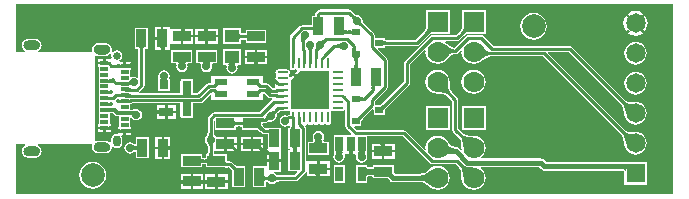
<source format=gtl>
G04*
G04 #@! TF.GenerationSoftware,Altium Limited,Altium Designer,24.5.2 (23)*
G04*
G04 Layer_Physical_Order=1*
G04 Layer_Color=255*
%FSLAX44Y44*%
%MOMM*%
G71*
G04*
G04 #@! TF.SameCoordinates,9FA06DDC-EE1A-4C11-919B-283D28216CD9*
G04*
G04*
G04 #@! TF.FilePolarity,Positive*
G04*
G01*
G75*
%ADD11C,0.2540*%
%ADD14C,0.1524*%
%ADD19R,0.7000X0.3000*%
%ADD20O,1.0000X0.2500*%
%ADD21O,0.2500X1.0000*%
%ADD22R,0.8500X1.5000*%
%ADD23R,1.5000X0.8500*%
%ADD24R,0.6500X1.2500*%
%ADD25R,1.3000X1.1000*%
%ADD26R,1.1000X0.6000*%
%ADD27R,0.7620X0.7620*%
%ADD28R,1.1684X0.7620*%
%ADD29R,0.7000X0.6000*%
%AMCUSTOMSHAPE49*
4,1,5,-1.6250,-1.6250,-1.6250,0.8125,-0.8125,1.6250,1.6250,1.6250,1.6250,-1.6250,-1.6250,-1.6250,0.0*%
%ADD49CUSTOMSHAPE49*%

%ADD50C,0.4572*%
%ADD51C,0.3000*%
%ADD52C,0.5080*%
%ADD53C,0.2286*%
%ADD54R,0.7620X1.4363*%
%ADD55R,0.7620X1.4176*%
%ADD56O,1.4000X0.8000*%
%ADD57O,0.6500X0.9500*%
%ADD58C,0.6500*%
%ADD59C,1.6500*%
%ADD60R,1.6500X1.6500*%
%ADD61C,1.7780*%
%ADD62R,1.7780X1.7780*%
%ADD63C,2.0000*%
%ADD64C,0.7000*%
%ADD65C,0.3500*%
%ADD66C,0.5000*%
G36*
X534856Y855347D02*
X534894Y854915D01*
X534957Y854534D01*
X535046Y854204D01*
X535160Y853924D01*
X535300Y853696D01*
X535465Y853518D01*
X535656Y853391D01*
X535872Y853315D01*
X536113Y853289D01*
X531033D01*
X531274Y853315D01*
X531490Y853391D01*
X531681Y853518D01*
X531846Y853696D01*
X531985Y853924D01*
X532100Y854204D01*
X532189Y854534D01*
X532252Y854915D01*
X532290Y855347D01*
X532303Y855829D01*
X534843D01*
X534856Y855347D01*
D02*
G37*
G36*
X563773Y855106D02*
X564027Y854902D01*
X564291Y854722D01*
X564563Y854566D01*
X564844Y854435D01*
X565135Y854328D01*
X565434Y854246D01*
X565742Y854188D01*
X566059Y854155D01*
X566385Y854146D01*
X562920Y850681D01*
X562911Y851007D01*
X562878Y851324D01*
X562820Y851632D01*
X562738Y851931D01*
X562631Y852222D01*
X562500Y852503D01*
X562344Y852775D01*
X562164Y853039D01*
X561960Y853294D01*
X561731Y853539D01*
X563527Y855335D01*
X563773Y855106D01*
D02*
G37*
G36*
X569929Y850285D02*
X569962Y849968D01*
X570020Y849660D01*
X570102Y849361D01*
X570209Y849070D01*
X570340Y848789D01*
X570496Y848517D01*
X570676Y848253D01*
X570880Y847999D01*
X571109Y847753D01*
X569313Y845957D01*
X569067Y846186D01*
X568813Y846390D01*
X568549Y846570D01*
X568277Y846726D01*
X567996Y846857D01*
X567705Y846964D01*
X567406Y847046D01*
X567098Y847104D01*
X566781Y847137D01*
X566455Y847146D01*
X569920Y850611D01*
X569929Y850285D01*
D02*
G37*
G36*
X529351Y841700D02*
X529325Y841941D01*
X529248Y842157D01*
X529120Y842348D01*
X528940Y842513D01*
X528708Y842653D01*
X528426Y842767D01*
X528091Y842856D01*
X527706Y842919D01*
X527269Y842957D01*
X526781Y842970D01*
Y845510D01*
X527269Y845523D01*
X527706Y845561D01*
X528091Y845624D01*
X528426Y845713D01*
X528708Y845827D01*
X528940Y845967D01*
X529120Y846132D01*
X529248Y846323D01*
X529325Y846539D01*
X529351Y846780D01*
Y841700D01*
D02*
G37*
G36*
X659733Y840910D02*
X659535Y841054D01*
X659302Y841126D01*
X659032D01*
X658727Y841054D01*
X658386Y840910D01*
X658008Y840695D01*
X657595Y840408D01*
X657146Y840048D01*
X656141Y839115D01*
X654344Y840910D01*
X654847Y841431D01*
X655638Y842365D01*
X655925Y842778D01*
X656141Y843156D01*
X656284Y843497D01*
X656356Y843802D01*
Y844072D01*
X656284Y844305D01*
X656141Y844503D01*
X659733Y840910D01*
D02*
G37*
G36*
X629253D02*
X629055Y841054D01*
X628822Y841126D01*
X628552D01*
X628247Y841054D01*
X627906Y840910D01*
X627528Y840695D01*
X627115Y840408D01*
X626666Y840048D01*
X625661Y839115D01*
X623864Y840910D01*
X624367Y841431D01*
X625158Y842365D01*
X625445Y842778D01*
X625661Y843156D01*
X625804Y843497D01*
X625876Y843802D01*
Y844072D01*
X625804Y844305D01*
X625661Y844503D01*
X629253Y840910D01*
D02*
G37*
G36*
X834114Y703770D02*
X277990D01*
Y746125D01*
X284899D01*
X285189Y745916D01*
X285570Y745125D01*
X285453Y744916D01*
X285182Y744736D01*
X285003Y744627D01*
X284981Y744595D01*
X284943Y744587D01*
X284770Y744469D01*
X284749Y744436D01*
X284712Y744427D01*
X284546Y744299D01*
X284527Y744266D01*
X284490Y744254D01*
X284331Y744118D01*
X284313Y744083D01*
X284277Y744070D01*
X284125Y743925D01*
X284119Y743912D01*
X284100Y743899D01*
X284088Y743881D01*
X284075Y743875D01*
X283930Y743723D01*
X283917Y743687D01*
X283882Y743669D01*
X283746Y743510D01*
X283734Y743473D01*
X283701Y743454D01*
X283573Y743288D01*
X283563Y743251D01*
X283531Y743230D01*
X283413Y743057D01*
X283405Y743020D01*
X283373Y742997D01*
X283264Y742818D01*
X283258Y742780D01*
X283228Y742756D01*
X283128Y742572D01*
X283124Y742533D01*
X283095Y742508D01*
X283005Y742319D01*
X283003Y742280D01*
X282976Y742253D01*
X282896Y742060D01*
Y742021D01*
X282870Y741992D01*
X282800Y741795D01*
X282802Y741756D01*
X282778Y741726D01*
X282718Y741525D01*
X282722Y741487D01*
X282700Y741456D01*
X282651Y741253D01*
X282657Y741214D01*
X282636Y741182D01*
X282598Y740976D01*
X282606Y740939D01*
X282586Y740905D01*
X282559Y740698D01*
X282569Y740660D01*
X282551Y740626D01*
X282535Y740417D01*
X282547Y740380D01*
X282531Y740345D01*
X282526Y740136D01*
X282531Y740122D01*
X282527Y740100D01*
X282531Y740078D01*
X282526Y740064D01*
X282531Y739855D01*
X282547Y739820D01*
X282535Y739783D01*
X282551Y739575D01*
X282569Y739540D01*
X282559Y739502D01*
X282586Y739294D01*
X282606Y739261D01*
X282598Y739224D01*
X282636Y739018D01*
X282657Y738986D01*
X282651Y738948D01*
X282700Y738744D01*
X282722Y738713D01*
X282718Y738674D01*
X282778Y738474D01*
X282802Y738444D01*
X282800Y738405D01*
X282870Y738207D01*
X282896Y738179D01*
Y738140D01*
X282976Y737947D01*
X283003Y737920D01*
X283005Y737881D01*
X283095Y737692D01*
X283124Y737666D01*
X283128Y737628D01*
X283228Y737444D01*
X283258Y737420D01*
X283264Y737382D01*
X283373Y737203D01*
X283405Y737180D01*
X283412Y737143D01*
X283531Y736970D01*
X283563Y736949D01*
X283573Y736912D01*
X283701Y736746D01*
X283734Y736727D01*
X283746Y736690D01*
X283882Y736531D01*
X283916Y736513D01*
X283930Y736477D01*
X284075Y736325D01*
X284088Y736319D01*
X284100Y736301D01*
X284119Y736288D01*
X284125Y736274D01*
X284277Y736130D01*
X284313Y736116D01*
X284331Y736082D01*
X284490Y735946D01*
X284527Y735934D01*
X284546Y735901D01*
X284712Y735773D01*
X284749Y735763D01*
X284770Y735731D01*
X284943Y735612D01*
X284981Y735604D01*
X285003Y735573D01*
X285182Y735464D01*
X285220Y735458D01*
X285244Y735428D01*
X285428Y735328D01*
X285466Y735324D01*
X285492Y735295D01*
X285681Y735205D01*
X285720Y735203D01*
X285747Y735176D01*
X285941Y735096D01*
X285979D01*
X286007Y735070D01*
X286205Y735000D01*
X286243Y735002D01*
X286274Y734978D01*
X286474Y734918D01*
X286513Y734922D01*
X286544Y734900D01*
X286747Y734851D01*
X286786Y734857D01*
X286818Y734836D01*
X287024Y734798D01*
X287062Y734806D01*
X287095Y734786D01*
X287302Y734759D01*
X287340Y734769D01*
X287374Y734752D01*
X287583Y734735D01*
X287619Y734747D01*
X287655Y734731D01*
X287864Y734726D01*
X287878Y734731D01*
X287894Y734728D01*
X287900Y734725D01*
X293900Y734725D01*
X293906Y734728D01*
X293922Y734731D01*
X293936Y734726D01*
X294145Y734731D01*
X294181Y734747D01*
X294217Y734735D01*
X294426Y734752D01*
X294460Y734769D01*
X294498Y734759D01*
X294705Y734786D01*
X294739Y734806D01*
X294776Y734798D01*
X294982Y734836D01*
X295014Y734857D01*
X295053Y734851D01*
X295256Y734900D01*
X295287Y734922D01*
X295326Y734918D01*
X295527Y734978D01*
X295557Y735002D01*
X295595Y735000D01*
X295792Y735070D01*
X295821Y735096D01*
X295860D01*
X296053Y735176D01*
X296080Y735203D01*
X296119Y735205D01*
X296308Y735295D01*
X296334Y735324D01*
X296372Y735328D01*
X296556Y735428D01*
X296580Y735458D01*
X296618Y735464D01*
X296797Y735573D01*
X296819Y735604D01*
X296857Y735612D01*
X297030Y735731D01*
X297051Y735763D01*
X297088Y735773D01*
X297254Y735901D01*
X297274Y735934D01*
X297310Y735946D01*
X297470Y736082D01*
X297487Y736116D01*
X297523Y736130D01*
X297675Y736274D01*
X297681Y736288D01*
X297700Y736301D01*
X297712Y736319D01*
X297726Y736325D01*
X297870Y736477D01*
X297883Y736513D01*
X297918Y736530D01*
X298054Y736690D01*
X298066Y736727D01*
X298099Y736746D01*
X298227Y736912D01*
X298237Y736949D01*
X298269Y736970D01*
X298388Y737143D01*
X298396Y737180D01*
X298427Y737203D01*
X298536Y737382D01*
X298542Y737420D01*
X298572Y737444D01*
X298672Y737628D01*
X298676Y737666D01*
X298705Y737692D01*
X298795Y737881D01*
X298797Y737920D01*
X298824Y737947D01*
X298904Y738141D01*
Y738179D01*
X298930Y738207D01*
X299000Y738405D01*
X298998Y738443D01*
X299022Y738473D01*
X299082Y738674D01*
X299078Y738713D01*
X299100Y738744D01*
X299149Y738948D01*
X299143Y738985D01*
X299164Y739017D01*
X299202Y739223D01*
X299194Y739261D01*
X299214Y739295D01*
X299241Y739502D01*
X299231Y739540D01*
X299249Y739574D01*
X299265Y739783D01*
X299253Y739819D01*
X299269Y739855D01*
X299274Y740064D01*
X299269Y740078D01*
X299273Y740100D01*
X299269Y740122D01*
X299274Y740136D01*
X299269Y740345D01*
X299253Y740380D01*
X299265Y740417D01*
X299249Y740626D01*
X299231Y740660D01*
X299241Y740698D01*
X299214Y740905D01*
X299194Y740939D01*
X299202Y740976D01*
X299164Y741182D01*
X299143Y741214D01*
X299149Y741252D01*
X299100Y741456D01*
X299078Y741487D01*
X299082Y741526D01*
X299022Y741727D01*
X298998Y741757D01*
X299000Y741795D01*
X298930Y741992D01*
X298904Y742021D01*
Y742059D01*
X298824Y742253D01*
X298797Y742280D01*
X298795Y742318D01*
X298705Y742507D01*
X298676Y742533D01*
X298672Y742572D01*
X298572Y742756D01*
X298542Y742780D01*
X298536Y742818D01*
X298427Y742997D01*
X298396Y743019D01*
X298388Y743057D01*
X298269Y743230D01*
X298237Y743251D01*
X298227Y743288D01*
X298099Y743454D01*
X298066Y743474D01*
X298054Y743510D01*
X297918Y743670D01*
X297884Y743687D01*
X297870Y743722D01*
X297726Y743874D01*
X297712Y743880D01*
X297700Y743899D01*
X297681Y743912D01*
X297675Y743926D01*
X297523Y744070D01*
X297487Y744083D01*
X297470Y744118D01*
X297310Y744254D01*
X297273Y744266D01*
X297254Y744299D01*
X297088Y744427D01*
X297051Y744437D01*
X297030Y744469D01*
X296857Y744587D01*
X296819Y744596D01*
X296797Y744627D01*
X296618Y744736D01*
X296348Y744915D01*
X296230Y745125D01*
X296612Y745916D01*
X296901Y746125D01*
X341506Y746125D01*
X341706Y746021D01*
X341869Y745848D01*
X342218Y745126D01*
X342222Y745087D01*
X342200Y745056D01*
X342151Y744852D01*
X342157Y744814D01*
X342136Y744782D01*
X342098Y744576D01*
X342106Y744539D01*
X342086Y744505D01*
X342059Y744297D01*
X342069Y744260D01*
X342052Y744226D01*
X342035Y744017D01*
X342047Y743980D01*
X342031Y743945D01*
X342026Y743736D01*
X342031Y743722D01*
X342027Y743700D01*
X342031Y743678D01*
X342026Y743664D01*
X342031Y743455D01*
X342047Y743419D01*
X342035Y743383D01*
X342052Y743174D01*
X342069Y743140D01*
X342059Y743102D01*
X342086Y742895D01*
X342106Y742861D01*
X342098Y742823D01*
X342136Y742617D01*
X342157Y742586D01*
X342151Y742548D01*
X342200Y742344D01*
X342222Y742313D01*
X342218Y742274D01*
X342278Y742073D01*
X342302Y742043D01*
X342300Y742005D01*
X342370Y741808D01*
X342396Y741779D01*
Y741740D01*
X342476Y741547D01*
X342503Y741520D01*
X342505Y741481D01*
X342595Y741292D01*
X342624Y741266D01*
X342628Y741228D01*
X342728Y741044D01*
X342758Y741020D01*
X342764Y740982D01*
X342873Y740803D01*
X342904Y740780D01*
X342912Y740743D01*
X343031Y740570D01*
X343063Y740549D01*
X343073Y740512D01*
X343201Y740346D01*
X343234Y740327D01*
X343246Y740290D01*
X343382Y740131D01*
X343416Y740113D01*
X343430Y740077D01*
X343574Y739925D01*
X343588Y739919D01*
X343601Y739901D01*
X343619Y739888D01*
X343625Y739874D01*
X343777Y739730D01*
X343813Y739716D01*
X343831Y739682D01*
X343990Y739546D01*
X344027Y739534D01*
X344046Y739501D01*
X344212Y739373D01*
X344249Y739363D01*
X344270Y739331D01*
X344443Y739212D01*
X344481Y739204D01*
X344503Y739173D01*
X344682Y739064D01*
X344720Y739058D01*
X344744Y739028D01*
X344928Y738928D01*
X344966Y738924D01*
X344992Y738895D01*
X345181Y738805D01*
X345220Y738803D01*
X345247Y738776D01*
X345441Y738696D01*
X345479D01*
X345508Y738670D01*
X345705Y738600D01*
X345743Y738602D01*
X345774Y738578D01*
X345974Y738518D01*
X346013Y738522D01*
X346044Y738500D01*
X346248Y738451D01*
X346286Y738457D01*
X346318Y738436D01*
X346524Y738398D01*
X346561Y738406D01*
X346595Y738386D01*
X346802Y738359D01*
X346840Y738369D01*
X346874Y738352D01*
X347083Y738335D01*
X347119Y738347D01*
X347155Y738331D01*
X347364Y738326D01*
X347378Y738331D01*
X347393Y738328D01*
X347400Y738325D01*
X353400D01*
X353406Y738328D01*
X353422Y738331D01*
X353436Y738326D01*
X353645Y738331D01*
X353680Y738347D01*
X353717Y738335D01*
X353926Y738351D01*
X353960Y738369D01*
X353998Y738359D01*
X354205Y738386D01*
X354239Y738406D01*
X354277Y738398D01*
X354482Y738436D01*
X354515Y738457D01*
X354552Y738451D01*
X354756Y738500D01*
X354787Y738522D01*
X354826Y738518D01*
X355026Y738578D01*
X355056Y738602D01*
X355095Y738600D01*
X355293Y738670D01*
X355321Y738696D01*
X355359D01*
X355553Y738776D01*
X355580Y738803D01*
X355619Y738805D01*
X355808Y738895D01*
X355834Y738924D01*
X355872Y738928D01*
X356056Y739028D01*
X356080Y739058D01*
X356118Y739064D01*
X356297Y739173D01*
X356319Y739204D01*
X356357Y739212D01*
X356530Y739331D01*
X356551Y739363D01*
X356588Y739373D01*
X356754Y739501D01*
X356773Y739534D01*
X356810Y739546D01*
X356969Y739682D01*
X356987Y739716D01*
X357023Y739730D01*
X357175Y739874D01*
X357181Y739888D01*
X357199Y739901D01*
X357212Y739919D01*
X357226Y739925D01*
X357370Y740077D01*
X357384Y740113D01*
X357418Y740131D01*
X357554Y740290D01*
X357566Y740327D01*
X357599Y740346D01*
X357727Y740512D01*
X357737Y740549D01*
X357769Y740570D01*
X357888Y740743D01*
X357896Y740781D01*
X357927Y740803D01*
X358036Y740982D01*
X358042Y741020D01*
X358072Y741044D01*
X358172Y741228D01*
X358176Y741266D01*
X358205Y741292D01*
X358295Y741481D01*
X358297Y741520D01*
X358324Y741547D01*
X358404Y741740D01*
Y741779D01*
X358430Y741808D01*
X358500Y742005D01*
X358498Y742043D01*
X358522Y742073D01*
X358582Y742274D01*
X358578Y742313D01*
X358601Y742344D01*
X358649Y742548D01*
X358643Y742586D01*
X358664Y742617D01*
X358702Y742823D01*
X358694Y742861D01*
X358714Y742895D01*
X358741Y743102D01*
X358731Y743140D01*
X358749Y743174D01*
X358765Y743383D01*
X358753Y743419D01*
X358769Y743455D01*
X358774Y743664D01*
X359603Y744141D01*
X359757Y744164D01*
X361136Y743242D01*
X362900Y742891D01*
X364664Y743242D01*
X366159Y744241D01*
X367158Y745736D01*
X367509Y747500D01*
Y750500D01*
X367158Y752264D01*
X366687Y752968D01*
X367222Y753968D01*
X368484D01*
Y756219D01*
X370516D01*
Y753968D01*
X375032D01*
Y756212D01*
X374974Y756218D01*
X374910Y756220D01*
X373071Y756102D01*
X372995Y756068D01*
X372970Y756030D01*
Y756484D01*
X372781D01*
Y758516D01*
X372970D01*
Y758969D01*
X372995Y758932D01*
X373071Y758898D01*
X373198Y758868D01*
X373376Y758842D01*
X373884Y758802D01*
X374950Y758781D01*
X374974Y758782D01*
X375032Y758788D01*
Y761032D01*
X374270D01*
Y768550D01*
X375270Y768853D01*
X376037Y767705D01*
X377615Y766651D01*
X379476Y766281D01*
X381337Y766651D01*
X382915Y767705D01*
X383969Y769283D01*
X384339Y771144D01*
X383969Y773005D01*
X382915Y774583D01*
X381337Y775637D01*
X379476Y776007D01*
X377742Y775662D01*
X377661Y775667D01*
X377519Y775616D01*
X377375Y775579D01*
X377215Y775548D01*
X375270Y775417D01*
X374270Y776199D01*
Y779730D01*
X374270D01*
Y780320D01*
X374442Y780334D01*
X374731Y780340D01*
X374993Y780454D01*
X375648Y780584D01*
X376008Y780824D01*
X394491D01*
X394995Y780724D01*
X416812D01*
Y769586D01*
X416917Y769333D01*
Y768316D01*
X417934D01*
X418187Y768211D01*
X425807D01*
X426060Y768316D01*
X427077D01*
Y769333D01*
X427182Y769586D01*
Y780724D01*
X433471D01*
X434412Y780911D01*
X435210Y781445D01*
X441726Y787960D01*
X442649Y787577D01*
Y783612D01*
X486817D01*
Y788520D01*
X487817Y788934D01*
X490705Y786045D01*
X491503Y785512D01*
X492445Y785324D01*
X494457D01*
X494590Y785148D01*
X494419Y783831D01*
X483717Y773130D01*
X445420D01*
X444429Y772933D01*
X443589Y772371D01*
X440585Y769367D01*
X440023Y768527D01*
X439826Y767536D01*
Y755643D01*
X439772Y755525D01*
X439762Y755239D01*
X439738Y755018D01*
X439699Y754811D01*
X439646Y754617D01*
X439579Y754433D01*
X439498Y754257D01*
X439401Y754087D01*
X439288Y753921D01*
X439156Y753758D01*
X438968Y753560D01*
X438951Y753514D01*
X437923Y751976D01*
X437553Y750115D01*
X437923Y748254D01*
X438951Y746716D01*
X438968Y746670D01*
X439156Y746472D01*
X439288Y746309D01*
X439401Y746143D01*
X439498Y745973D01*
X439579Y745797D01*
X439646Y745613D01*
X439699Y745419D01*
X439738Y745212D01*
X439762Y744991D01*
X439772Y744705D01*
X439826Y744587D01*
Y738917D01*
X439772Y738795D01*
X439760Y738348D01*
X439730Y738006D01*
X439686Y737738D01*
X439636Y737550D01*
X439624Y737520D01*
X438480D01*
Y734807D01*
X438476Y734799D01*
X438425Y734778D01*
X438244Y734729D01*
X437981Y734686D01*
X437644Y734656D01*
X437204Y734644D01*
X437082Y734590D01*
X436668D01*
X436545Y734644D01*
X436099Y734656D01*
X435756Y734686D01*
X435488Y734730D01*
X435300Y734780D01*
X435270Y734792D01*
Y737770D01*
X417730D01*
Y726730D01*
X435270D01*
Y729208D01*
X435300Y729220D01*
X435488Y729270D01*
X435756Y729314D01*
X436099Y729344D01*
X436545Y729356D01*
X436668Y729410D01*
X437082D01*
X437204Y729356D01*
X437644Y729344D01*
X437981Y729314D01*
X438244Y729271D01*
X438425Y729222D01*
X438476Y729201D01*
X438480Y729193D01*
Y726480D01*
X449980D01*
X450230Y726430D01*
X454646D01*
X454703Y726406D01*
X457243Y726375D01*
X457251Y726379D01*
X457259Y726375D01*
X457392Y726430D01*
X457907D01*
X459183Y725155D01*
X459228Y725033D01*
X460134Y724059D01*
X460437Y723682D01*
X460667Y723354D01*
X460730Y723246D01*
Y722483D01*
X460686Y722377D01*
X460730Y722272D01*
Y722269D01*
X460704Y722158D01*
X460730Y722116D01*
Y709730D01*
X471770D01*
Y727270D01*
X465884D01*
X465842Y727296D01*
X465732Y727270D01*
X465728D01*
X465623Y727314D01*
X465517Y727270D01*
X464754D01*
X464646Y727333D01*
X464333Y727552D01*
X463478Y728279D01*
X462986Y728754D01*
X462858Y728804D01*
X460811Y730851D01*
X459971Y731413D01*
X458980Y731610D01*
X457418D01*
X457295Y731664D01*
X456851Y731676D01*
X456510Y731706D01*
X456242Y731750D01*
X456056Y731799D01*
X456020Y731814D01*
Y737520D01*
X445208D01*
X445196Y737550D01*
X445146Y737738D01*
X445102Y738006D01*
X445072Y738348D01*
X445060Y738795D01*
X445006Y738918D01*
Y739159D01*
X445468Y739968D01*
X453984D01*
Y742219D01*
X456016D01*
Y739968D01*
X464532D01*
Y745234D01*
X462281D01*
Y747266D01*
X464532D01*
Y752532D01*
X456016D01*
Y750281D01*
X453984D01*
Y752532D01*
X446538D01*
X445882Y753514D01*
X445864Y753560D01*
X445677Y753758D01*
X445545Y753921D01*
X445431Y754087D01*
X445334Y754257D01*
X445253Y754433D01*
X445186Y754617D01*
X445133Y754811D01*
X445094Y755018D01*
X445070Y755239D01*
X445060Y755525D01*
X445006Y755643D01*
Y765806D01*
X445230Y765957D01*
X446230Y765425D01*
Y758230D01*
X463770D01*
Y760958D01*
X463800Y760970D01*
X463988Y761020D01*
X464256Y761064D01*
X464599Y761094D01*
X465045Y761106D01*
X465168Y761160D01*
X467332D01*
X467454Y761106D01*
X467894Y761094D01*
X468231Y761065D01*
X468494Y761021D01*
X468675Y760972D01*
X468726Y760951D01*
X468730Y760944D01*
Y758230D01*
X481116D01*
X481158Y758204D01*
X481269Y758230D01*
X481272D01*
X481377Y758186D01*
X481483Y758230D01*
X482246D01*
X482354Y758167D01*
X482667Y757948D01*
X483522Y757221D01*
X484014Y756746D01*
X484142Y756695D01*
X485491Y755347D01*
X486331Y754785D01*
X487322Y754588D01*
X489182D01*
X489305Y754534D01*
X489749Y754522D01*
X490090Y754492D01*
X490358Y754448D01*
X490544Y754398D01*
X490580Y754384D01*
X490580Y742357D01*
X489818Y741782D01*
X489818Y741655D01*
Y736847D01*
X490490Y738572D01*
Y739750D01*
X490945Y739740D01*
X491347Y740774D01*
X491421Y740579D01*
X491518Y740405D01*
X491638Y740252D01*
X491781Y740118D01*
X491947Y740006D01*
X492136Y739914D01*
X492347Y739842D01*
X492582Y739791D01*
X492840Y739760D01*
X493120Y739750D01*
Y737210D01*
X492630Y737205D01*
X491910Y737154D01*
X491911Y737089D01*
X491897Y737112D01*
X491854Y737133D01*
X491800Y737146D01*
X491016Y737091D01*
X490699Y737038D01*
X490167Y736904D01*
X489953Y736823D01*
X489818Y736755D01*
Y733266D01*
X492069D01*
Y731234D01*
X489818D01*
Y728043D01*
X489270Y727270D01*
X488818Y727270D01*
X478230D01*
Y709730D01*
X489270D01*
Y713668D01*
X489406Y713851D01*
X489608Y714025D01*
X490229Y714334D01*
X490405Y714252D01*
X490574Y714156D01*
X490741Y714042D01*
X490904Y713910D01*
X491102Y713722D01*
X491147Y713705D01*
X492685Y712677D01*
X494547Y712307D01*
X496408Y712677D01*
X497946Y713705D01*
X497991Y713722D01*
X498189Y713910D01*
X498353Y714042D01*
X498518Y714156D01*
X498689Y714252D01*
X498864Y714334D01*
X499049Y714401D01*
X499243Y714454D01*
X499450Y714493D01*
X499671Y714517D01*
X499956Y714527D01*
X500075Y714581D01*
X514222D01*
X515213Y714778D01*
X516053Y715339D01*
X522475Y721761D01*
X523037Y722602D01*
X523068Y722759D01*
X524068Y722661D01*
Y718968D01*
X531580D01*
X531603Y719089D01*
X531617Y719216D01*
X531599Y719416D01*
X531536Y719801D01*
X531447Y720136D01*
X531333Y720418D01*
X531193Y720650D01*
X531028Y720830D01*
X530837Y720958D01*
X530621Y721035D01*
X530380Y721061D01*
X532584D01*
Y721219D01*
X534616D01*
Y721061D01*
X535460D01*
X535219Y721035D01*
X535003Y720958D01*
X534812Y720830D01*
X534647Y720650D01*
X534616Y720598D01*
Y718968D01*
X543132D01*
Y724234D01*
X540881D01*
Y726266D01*
X543132D01*
Y731532D01*
X534616D01*
Y729281D01*
X532584D01*
Y731532D01*
X524234D01*
X524068Y731532D01*
X523234Y731932D01*
Y759657D01*
X523037Y760648D01*
X522475Y761489D01*
X522436Y761528D01*
X522765Y762613D01*
X522833Y762626D01*
X523667Y763183D01*
X523749Y763306D01*
X524951D01*
X525033Y763183D01*
X525867Y762626D01*
X526850Y762431D01*
X527833Y762626D01*
X528667Y763183D01*
X528749Y763306D01*
X529951D01*
X530033Y763183D01*
X530867Y762626D01*
X531850Y762431D01*
X532833Y762626D01*
X533667Y763183D01*
X533749Y763306D01*
X534951D01*
X535033Y763183D01*
X535867Y762626D01*
X536850Y762431D01*
X537833Y762626D01*
X538667Y763183D01*
X538749Y763306D01*
X539951D01*
X540033Y763183D01*
X540867Y762626D01*
X541850Y762431D01*
X542833Y762626D01*
X543667Y763183D01*
X544224Y764017D01*
X544419Y765000D01*
Y772500D01*
X544224Y773483D01*
X544356Y774145D01*
X544565Y774285D01*
X544705Y774495D01*
X545367Y774626D01*
X546350Y774431D01*
X553850D01*
X554833Y774626D01*
X555470Y775052D01*
X556175Y774820D01*
X556470Y774609D01*
Y761448D01*
X556667Y760457D01*
X557229Y759617D01*
X561640Y755206D01*
X561257Y754282D01*
X555568D01*
Y753520D01*
X546930D01*
Y739960D01*
X546856Y739781D01*
X546930Y739601D01*
Y738480D01*
X546930D01*
X546891Y737496D01*
X546687Y737191D01*
X546317Y735330D01*
X546687Y733469D01*
X547741Y731891D01*
X549319Y730837D01*
X551180Y730467D01*
X553041Y730837D01*
X554619Y731891D01*
X555673Y733469D01*
X556043Y735330D01*
X555767Y736718D01*
X556376Y737634D01*
X556510Y737718D01*
X559427D01*
X559474Y737888D01*
X559528Y738175D01*
X559466Y738551D01*
X559377Y738886D01*
X559263Y739168D01*
X559123Y739400D01*
X558958Y739580D01*
X558767Y739708D01*
X558551Y739785D01*
X558310Y739811D01*
X559834D01*
Y739969D01*
X561866D01*
Y739811D01*
X563390D01*
X563149Y739785D01*
X562933Y739708D01*
X562742Y739580D01*
X562577Y739400D01*
X562438Y739168D01*
X562323Y738886D01*
X562234Y738551D01*
X562172Y738175D01*
X562226Y737888D01*
X562272Y737718D01*
X564978D01*
X565643Y736718D01*
X565367Y735330D01*
X565737Y733469D01*
X566791Y731891D01*
X568369Y730837D01*
X570230Y730467D01*
X572091Y730837D01*
X573669Y731891D01*
X574723Y733469D01*
X575093Y735330D01*
X574723Y737191D01*
X574530Y737480D01*
X574770Y738480D01*
X574770D01*
Y739601D01*
X574844Y739781D01*
X574770Y739960D01*
Y740200D01*
X574771Y740222D01*
X574770Y740223D01*
Y752750D01*
X605033D01*
X627954Y729829D01*
X628795Y729267D01*
X629786Y729070D01*
X649957D01*
X653027Y726001D01*
X653061Y725896D01*
X653389Y725509D01*
X653641Y725105D01*
X653884Y724585D01*
X654107Y723949D01*
X654303Y723197D01*
X654465Y722333D01*
X654590Y721372D01*
X654728Y719072D01*
X654736Y717771D01*
X654757Y717722D01*
X654752Y717690D01*
X655101Y715038D01*
X656125Y712566D01*
X657754Y710444D01*
X659876Y708815D01*
X662348Y707792D01*
X665000Y707442D01*
X667652Y707792D01*
X670124Y708815D01*
X672246Y710444D01*
X673875Y712566D01*
X674899Y715038D01*
X675248Y717690D01*
X674899Y720342D01*
X673875Y722814D01*
X672246Y724936D01*
X670836Y726018D01*
X671175Y727018D01*
X720276D01*
X722394Y724900D01*
X722394Y724900D01*
X723571Y724114D01*
X724958Y723838D01*
X789255D01*
X789333Y723804D01*
X790163Y723782D01*
X790849Y723722D01*
X791421Y723627D01*
X791871Y723507D01*
X792196Y723374D01*
X792399Y723251D01*
X792503Y723156D01*
X792548Y723089D01*
X792574Y723015D01*
X792605Y722741D01*
X792640Y722677D01*
Y711980D01*
X811680D01*
Y731020D01*
X796546D01*
X796196Y731090D01*
X796196Y731090D01*
X793960D01*
X793950Y731094D01*
X789378Y731125D01*
X789373Y731123D01*
X789369Y731125D01*
X789284Y731090D01*
X726460D01*
X724342Y733208D01*
X723166Y733994D01*
X721778Y734270D01*
X721778Y734270D01*
X671750D01*
X671429Y735217D01*
X672246Y735844D01*
X673875Y737966D01*
X674899Y740438D01*
X675248Y743090D01*
X674899Y745742D01*
X673875Y748214D01*
X672246Y750336D01*
X670124Y751965D01*
X667652Y752989D01*
X665000Y753338D01*
X664968Y753334D01*
X664919Y753354D01*
X663618Y753362D01*
X661318Y753500D01*
X660357Y753625D01*
X659492Y753788D01*
X658741Y753983D01*
X658105Y754206D01*
X657585Y754449D01*
X657181Y754701D01*
X656794Y755030D01*
X656689Y755063D01*
X652236Y759517D01*
Y783844D01*
X652039Y784835D01*
X651477Y785675D01*
X646493Y790659D01*
X646460Y790764D01*
X646131Y791151D01*
X645879Y791555D01*
X645636Y792075D01*
X645413Y792711D01*
X645218Y793463D01*
X645055Y794327D01*
X644930Y795288D01*
X644791Y797588D01*
X644784Y798889D01*
X644763Y798938D01*
X644768Y798970D01*
X644418Y801622D01*
X643395Y804094D01*
X641766Y806216D01*
X639644Y807845D01*
X637172Y808868D01*
X634520Y809218D01*
X631868Y808868D01*
X629396Y807845D01*
X627274Y806216D01*
X625645Y804094D01*
X624622Y801622D01*
X624272Y798970D01*
X624622Y796318D01*
X625645Y793846D01*
X627274Y791724D01*
X629396Y790095D01*
X631868Y789072D01*
X634520Y788722D01*
X634552Y788727D01*
X634601Y788706D01*
X635902Y788699D01*
X638202Y788560D01*
X639163Y788435D01*
X640027Y788272D01*
X640779Y788077D01*
X641415Y787854D01*
X641935Y787611D01*
X642339Y787359D01*
X642726Y787030D01*
X642831Y786997D01*
X647056Y782771D01*
Y758444D01*
X647254Y757453D01*
X647815Y756613D01*
X653027Y751401D01*
X653061Y751296D01*
X653389Y750909D01*
X653641Y750505D01*
X653884Y749985D01*
X654107Y749349D01*
X654303Y748597D01*
X654465Y747733D01*
X654590Y746772D01*
X654728Y744472D01*
X654736Y743171D01*
X654757Y743122D01*
X654752Y743090D01*
X654887Y742069D01*
X653990Y741626D01*
X652490Y743127D01*
X651313Y743913D01*
X649926Y744189D01*
X649926Y744189D01*
X648885D01*
X648817Y744221D01*
X648108Y744261D01*
X647516Y744364D01*
X646958Y744535D01*
X646427Y744773D01*
X645916Y745083D01*
X645420Y745470D01*
X644939Y745941D01*
X644472Y746500D01*
X644022Y747151D01*
X643566Y747939D01*
X643482Y748004D01*
X643395Y748214D01*
X641766Y750336D01*
X639644Y751965D01*
X637172Y752989D01*
X634520Y753338D01*
X631868Y752989D01*
X629396Y751965D01*
X627274Y750336D01*
X625645Y748214D01*
X624622Y745742D01*
X624272Y743090D01*
X624411Y742036D01*
X623514Y741594D01*
X607937Y757171D01*
X607097Y757733D01*
X606106Y757930D01*
X566241D01*
X563864Y760306D01*
X564247Y761230D01*
X569870D01*
Y764616D01*
X569896Y764658D01*
X569870Y764769D01*
Y764772D01*
X569914Y764877D01*
X569870Y764983D01*
Y765746D01*
X569933Y765854D01*
X570152Y766167D01*
X570879Y767022D01*
X571354Y767514D01*
X571404Y767642D01*
X579406Y775644D01*
X580330Y775261D01*
Y770730D01*
X589870D01*
Y774116D01*
X589896Y774158D01*
X589870Y774268D01*
Y774272D01*
X589914Y774377D01*
X589870Y774483D01*
Y775246D01*
X589933Y775354D01*
X590152Y775667D01*
X590879Y776522D01*
X591354Y777014D01*
X591404Y777142D01*
X610516Y796254D01*
X611077Y797094D01*
X611275Y798085D01*
Y813627D01*
X623514Y825866D01*
X624411Y825424D01*
X624272Y824370D01*
X624622Y821718D01*
X625645Y819246D01*
X627274Y817124D01*
X629396Y815495D01*
X631868Y814472D01*
X634520Y814122D01*
X637172Y814472D01*
X639644Y815495D01*
X641766Y817124D01*
X642280Y817794D01*
X642483Y817894D01*
X644074Y819719D01*
X644791Y820432D01*
X645486Y821047D01*
X646143Y821553D01*
X646759Y821952D01*
X647329Y822248D01*
X647848Y822446D01*
X648314Y822556D01*
X648846Y822599D01*
X648858Y822605D01*
X648871Y822601D01*
X648961Y822650D01*
X649705D01*
X650696Y822847D01*
X651536Y823408D01*
X653994Y825866D01*
X654891Y825424D01*
X654752Y824370D01*
X655101Y821718D01*
X656125Y819246D01*
X657754Y817124D01*
X659876Y815495D01*
X662348Y814472D01*
X665000Y814122D01*
X667652Y814472D01*
X670124Y815495D01*
X670928Y816112D01*
X671175Y816171D01*
X673398Y817780D01*
X674364Y818421D01*
X676124Y819462D01*
X676855Y819827D01*
X677511Y820106D01*
X678068Y820292D01*
X678514Y820391D01*
X678959Y820428D01*
X679056Y820479D01*
X723621D01*
X790408Y753691D01*
X790442Y753585D01*
X790730Y753249D01*
X790965Y752885D01*
X791208Y752402D01*
X791449Y751803D01*
X791680Y751091D01*
X791890Y750294D01*
X792445Y747143D01*
X792586Y745911D01*
X792586Y745911D01*
X792586Y745911D01*
X792587Y745908D01*
X792720Y745667D01*
X792885Y744415D01*
X793844Y742099D01*
X795370Y740110D01*
X797359Y738584D01*
X799675Y737625D01*
X802160Y737298D01*
X804645Y737625D01*
X806961Y738584D01*
X808950Y740110D01*
X810476Y742099D01*
X811435Y744415D01*
X811762Y746900D01*
X811435Y749385D01*
X810476Y751701D01*
X808950Y753690D01*
X806961Y755216D01*
X804645Y756175D01*
X802160Y756502D01*
X801263Y756384D01*
X801021Y756457D01*
X799898Y756343D01*
X798888Y756286D01*
X797965Y756283D01*
X797134Y756331D01*
X796394Y756428D01*
X795747Y756568D01*
X795195Y756747D01*
X794734Y756957D01*
X794358Y757193D01*
X793974Y757522D01*
X793949Y757530D01*
X793937Y757553D01*
X793845Y757579D01*
X728059Y823365D01*
X728442Y824288D01*
X745210D01*
X790408Y779091D01*
X790442Y778985D01*
X790730Y778649D01*
X790965Y778285D01*
X791208Y777802D01*
X791449Y777203D01*
X791680Y776491D01*
X791890Y775694D01*
X792445Y772543D01*
X792586Y771311D01*
X792586Y771311D01*
X792586Y771311D01*
X792587Y771308D01*
X792720Y771067D01*
X792885Y769815D01*
X793844Y767499D01*
X795370Y765510D01*
X797359Y763984D01*
X799675Y763025D01*
X802160Y762698D01*
X804645Y763025D01*
X806961Y763984D01*
X808950Y765510D01*
X810476Y767499D01*
X811435Y769815D01*
X811762Y772300D01*
X811435Y774785D01*
X810476Y777101D01*
X808950Y779090D01*
X806961Y780616D01*
X804645Y781575D01*
X802160Y781902D01*
X801263Y781784D01*
X801021Y781857D01*
X799898Y781743D01*
X798888Y781686D01*
X797965Y781683D01*
X797134Y781731D01*
X796394Y781828D01*
X795747Y781968D01*
X795195Y782147D01*
X794734Y782357D01*
X794358Y782593D01*
X793974Y782922D01*
X793949Y782930D01*
X793937Y782953D01*
X793845Y782979D01*
X748114Y828709D01*
X747274Y829271D01*
X746283Y829468D01*
X681684D01*
X673521Y837631D01*
X672681Y838193D01*
X671690Y838390D01*
X660266D01*
X659275Y838193D01*
X658434Y837631D01*
X648653Y827850D01*
X648596Y827879D01*
X648128Y827918D01*
X647673Y828021D01*
X647120Y828211D01*
X646479Y828495D01*
X645759Y828876D01*
X644986Y829340D01*
X642155Y831386D01*
X641146Y832210D01*
X641143Y832306D01*
X641582Y833210D01*
X651030D01*
X652021Y833407D01*
X652861Y833969D01*
X656954Y838062D01*
X657076Y838107D01*
X658045Y839007D01*
X658418Y839306D01*
X658743Y839532D01*
X658880Y839610D01*
X659554D01*
X659733Y839536D01*
X659837Y839579D01*
X659947Y839553D01*
X660041Y839610D01*
X675160D01*
Y859930D01*
X654840D01*
Y844811D01*
X654783Y844717D01*
X654809Y844607D01*
X654766Y844503D01*
X654840Y844324D01*
Y843650D01*
X654762Y843513D01*
X654546Y843204D01*
X653827Y842354D01*
X653355Y841865D01*
X653305Y841738D01*
X649957Y838390D01*
X629786D01*
X628795Y838193D01*
X627954Y837631D01*
X606854Y816531D01*
X606292Y815690D01*
X606095Y814699D01*
Y799157D01*
X587755Y780817D01*
X587633Y780772D01*
X586659Y779866D01*
X586282Y779563D01*
X585954Y779333D01*
X585846Y779270D01*
X585083D01*
X584977Y779314D01*
X584872Y779270D01*
X584869D01*
X584758Y779296D01*
X584716Y779270D01*
X581650D01*
Y782795D01*
X591471Y792617D01*
X592033Y793457D01*
X592230Y794448D01*
Y817368D01*
X592033Y818359D01*
X591471Y819199D01*
X583864Y826806D01*
X584247Y827730D01*
X589870D01*
Y829208D01*
X589900Y829220D01*
X590088Y829270D01*
X590356Y829314D01*
X590699Y829344D01*
X591145Y829356D01*
X591268Y829410D01*
X616750D01*
X617741Y829607D01*
X618581Y830169D01*
X626474Y838062D01*
X626596Y838107D01*
X627565Y839007D01*
X627938Y839306D01*
X628263Y839532D01*
X628400Y839610D01*
X629073D01*
X629253Y839536D01*
X629357Y839579D01*
X629467Y839553D01*
X629561Y839610D01*
X644680D01*
Y859930D01*
X624360D01*
Y844811D01*
X624303Y844717D01*
X624329Y844607D01*
X624286Y844503D01*
X624360Y844324D01*
Y843650D01*
X624282Y843513D01*
X624066Y843204D01*
X623347Y842354D01*
X622876Y841865D01*
X622825Y841738D01*
X615677Y834590D01*
X591268D01*
X591145Y834644D01*
X590699Y834656D01*
X590356Y834686D01*
X590088Y834730D01*
X589900Y834780D01*
X589870Y834792D01*
Y836270D01*
X581255D01*
Y838401D01*
X581058Y839392D01*
X580496Y840232D01*
X572160Y848568D01*
X572115Y848690D01*
X571920Y848899D01*
X571781Y849072D01*
X571662Y849247D01*
X571562Y849421D01*
X571479Y849599D01*
X571412Y849781D01*
X571361Y849969D01*
X571323Y850167D01*
X571301Y850376D01*
X571294Y850649D01*
X571274Y850693D01*
X570913Y852507D01*
X569859Y854085D01*
X568281Y855139D01*
X566467Y855500D01*
X566423Y855520D01*
X566150Y855527D01*
X565941Y855549D01*
X565743Y855586D01*
X565555Y855638D01*
X565373Y855705D01*
X565195Y855788D01*
X565020Y855888D01*
X564846Y856007D01*
X564673Y856146D01*
X564464Y856341D01*
X564342Y856386D01*
X561256Y859472D01*
X560416Y860033D01*
X559425Y860231D01*
X535061D01*
X534070Y860033D01*
X533230Y859472D01*
X531742Y857984D01*
X531180Y857144D01*
X530983Y856153D01*
Y855988D01*
X530929Y855866D01*
X530917Y855426D01*
X530887Y855089D01*
X530844Y854826D01*
X530795Y854645D01*
X530774Y854594D01*
X530766Y854590D01*
X528020D01*
Y847032D01*
X527990Y847020D01*
X527802Y846970D01*
X527534Y846926D01*
X527192Y846896D01*
X526745Y846884D01*
X526622Y846830D01*
X519722D01*
X518731Y846633D01*
X517891Y846071D01*
X510019Y838199D01*
X509457Y837359D01*
X509260Y836368D01*
Y815250D01*
X509281Y815147D01*
Y811500D01*
X509476Y810517D01*
X510033Y809683D01*
X510867Y809126D01*
X511850Y808931D01*
X512833Y809126D01*
X513667Y809683D01*
X513749Y809806D01*
X514951D01*
X515033Y809683D01*
X515501Y809370D01*
X515752Y808207D01*
X513916Y806371D01*
X515536Y804751D01*
X514099Y803315D01*
X512479Y804934D01*
X510643Y803098D01*
X509480Y803349D01*
X509167Y803817D01*
X509044Y803899D01*
Y805101D01*
X509167Y805183D01*
X509724Y806017D01*
X509919Y807000D01*
X509724Y807983D01*
X509167Y808817D01*
X508333Y809374D01*
X507350Y809569D01*
X499850D01*
X498867Y809374D01*
X498033Y808817D01*
X497476Y807983D01*
X497281Y807000D01*
X497476Y806017D01*
X498033Y805183D01*
X498156Y805101D01*
Y803899D01*
X498033Y803817D01*
X497476Y802983D01*
X497281Y802000D01*
X497476Y801017D01*
X498033Y800183D01*
X497484Y799366D01*
X497484Y799366D01*
X496758Y798281D01*
X496504Y797000D01*
X496758Y795720D01*
X497092Y795220D01*
X497229Y794368D01*
X496829Y793951D01*
X496452Y793699D01*
X496429Y793676D01*
X494885D01*
X491356Y797205D01*
X490558Y797738D01*
X489616Y797926D01*
X486817D01*
Y803910D01*
X442649D01*
Y797926D01*
X440900D01*
X439958Y797738D01*
X439160Y797205D01*
X431031Y789075D01*
X427182D01*
Y800066D01*
X427077Y800319D01*
Y801336D01*
X426060D01*
X425807Y801441D01*
X418187D01*
X417934Y801336D01*
X416917D01*
Y800319D01*
X416812Y800066D01*
Y789075D01*
X396820D01*
X396316Y789175D01*
X381867D01*
X381564Y790175D01*
X381804Y790336D01*
X385691Y794223D01*
X386252Y795063D01*
X386449Y796054D01*
Y825579D01*
X386504Y825701D01*
X386515Y826141D01*
X386545Y826478D01*
X386589Y826740D01*
X386638Y826922D01*
X386658Y826972D01*
X386666Y826976D01*
X389380D01*
Y844516D01*
X378340D01*
Y826976D01*
X381053D01*
X381061Y826972D01*
X381081Y826922D01*
X381130Y826740D01*
X381174Y826478D01*
X381204Y826141D01*
X381215Y825701D01*
X381270Y825579D01*
Y802792D01*
X380270Y802257D01*
X379226Y802954D01*
X377365Y803324D01*
X375504Y802954D01*
X375152Y802719D01*
X374270Y803190D01*
Y808968D01*
X375032D01*
Y811228D01*
X375027Y811228D01*
X375000Y811226D01*
Y810050D01*
X374764Y810274D01*
X374516Y810475D01*
X374257Y810652D01*
X373987Y810805D01*
X373707Y810935D01*
X373415Y811041D01*
X373168Y811108D01*
X373071Y811102D01*
X372995Y811068D01*
X372970Y811031D01*
Y811151D01*
X372799Y811183D01*
X372474Y811218D01*
X372138Y811230D01*
X372138Y813770D01*
X372474Y813782D01*
X372799Y813817D01*
X372970Y813849D01*
Y813969D01*
X372995Y813932D01*
X373071Y813898D01*
X373135Y813883D01*
X373415Y813959D01*
X373707Y814065D01*
X373987Y814195D01*
X374257Y814348D01*
X374516Y814525D01*
X374764Y814726D01*
X375000Y814950D01*
Y813780D01*
X375032Y813779D01*
Y816032D01*
X370516D01*
Y813781D01*
X368484D01*
Y816032D01*
X365401D01*
X365097Y817032D01*
X366159Y817741D01*
X367158Y819236D01*
X367509Y821000D01*
X367158Y822764D01*
X366159Y824259D01*
X364664Y825258D01*
X362900Y825609D01*
X361136Y825258D01*
X359641Y824259D01*
X359613Y824217D01*
X359541Y824182D01*
X358479Y824279D01*
X358522Y824674D01*
X358582Y824874D01*
X358578Y824913D01*
X358600Y824944D01*
X358649Y825147D01*
X358643Y825185D01*
X358664Y825218D01*
X358702Y825424D01*
X358694Y825462D01*
X358714Y825495D01*
X358741Y825703D01*
X358731Y825740D01*
X358749Y825774D01*
X358765Y825983D01*
X358753Y826019D01*
X358769Y826054D01*
X358774Y826264D01*
X358769Y826278D01*
X358773Y826300D01*
X358769Y826322D01*
X358774Y826336D01*
X358769Y826546D01*
X358753Y826581D01*
X358765Y826617D01*
X358749Y826826D01*
X358731Y826860D01*
X358741Y826898D01*
X358714Y827105D01*
X358694Y827139D01*
X358702Y827176D01*
X358664Y827382D01*
X358643Y827414D01*
X358649Y827452D01*
X358601Y827656D01*
X358578Y827687D01*
X358582Y827726D01*
X358522Y827927D01*
X358498Y827956D01*
X358500Y827995D01*
X358430Y828192D01*
X358404Y828221D01*
Y828260D01*
X358324Y828453D01*
X358297Y828480D01*
X358295Y828519D01*
X358205Y828708D01*
X358176Y828734D01*
X358172Y828772D01*
X358072Y828956D01*
X358042Y828980D01*
X358036Y829018D01*
X357927Y829197D01*
X357896Y829219D01*
X357888Y829257D01*
X357769Y829429D01*
X357737Y829451D01*
X357727Y829488D01*
X357599Y829654D01*
X357566Y829673D01*
X357554Y829710D01*
X357418Y829869D01*
X357384Y829887D01*
X357370Y829923D01*
X357226Y830075D01*
X357212Y830081D01*
X357200Y830099D01*
X357181Y830112D01*
X357175Y830125D01*
X357023Y830270D01*
X356987Y830283D01*
X356969Y830318D01*
X356810Y830454D01*
X356773Y830466D01*
X356754Y830499D01*
X356588Y830627D01*
X356550Y830637D01*
X356529Y830669D01*
X356357Y830788D01*
X356319Y830796D01*
X356297Y830827D01*
X356118Y830936D01*
X356080Y830942D01*
X356056Y830972D01*
X355872Y831072D01*
X355834Y831076D01*
X355808Y831105D01*
X355619Y831195D01*
X355580Y831197D01*
X355553Y831224D01*
X355359Y831304D01*
X355321D01*
X355292Y831330D01*
X355095Y831400D01*
X355056Y831398D01*
X355027Y831422D01*
X354826Y831482D01*
X354787Y831478D01*
X354756Y831500D01*
X354552Y831549D01*
X354515Y831543D01*
X354482Y831564D01*
X354277Y831602D01*
X354239Y831594D01*
X354205Y831614D01*
X353998Y831641D01*
X353960Y831631D01*
X353926Y831648D01*
X353717Y831665D01*
X353680Y831653D01*
X353645Y831669D01*
X353436Y831674D01*
X353422Y831669D01*
X353406Y831672D01*
X353400Y831675D01*
X350400Y831675D01*
X347400Y831675D01*
X347393Y831672D01*
X347378Y831669D01*
X347364Y831674D01*
X347155Y831669D01*
X347119Y831653D01*
X347083Y831665D01*
X346874Y831648D01*
X346840Y831631D01*
X346803Y831641D01*
X346595Y831614D01*
X346562Y831594D01*
X346524Y831602D01*
X346318Y831564D01*
X346286Y831543D01*
X346248Y831549D01*
X346044Y831500D01*
X346013Y831478D01*
X345974Y831482D01*
X345773Y831422D01*
X345743Y831398D01*
X345705Y831400D01*
X345508Y831330D01*
X345479Y831304D01*
X345440D01*
X345247Y831224D01*
X345220Y831197D01*
X345181Y831195D01*
X344992Y831105D01*
X344966Y831076D01*
X344928Y831072D01*
X344744Y830972D01*
X344720Y830942D01*
X344682Y830936D01*
X344503Y830827D01*
X344481Y830796D01*
X344443Y830788D01*
X344270Y830669D01*
X344249Y830637D01*
X344212Y830627D01*
X344046Y830499D01*
X344027Y830466D01*
X343990Y830454D01*
X343831Y830318D01*
X343813Y830283D01*
X343777Y830270D01*
X343625Y830125D01*
X343619Y830112D01*
X343601Y830099D01*
X343588Y830081D01*
X343574Y830075D01*
X343430Y829923D01*
X343416Y829887D01*
X343382Y829869D01*
X343246Y829710D01*
X343234Y829673D01*
X343201Y829654D01*
X343073Y829488D01*
X343063Y829451D01*
X343031Y829430D01*
X342912Y829257D01*
X342904Y829219D01*
X342873Y829197D01*
X342764Y829018D01*
X342758Y828980D01*
X342728Y828956D01*
X342628Y828772D01*
X342624Y828734D01*
X342595Y828708D01*
X342505Y828519D01*
X342503Y828480D01*
X342476Y828453D01*
X342396Y828260D01*
Y828221D01*
X342370Y828192D01*
X342300Y827995D01*
X342302Y827956D01*
X342278Y827926D01*
X342218Y827726D01*
X342222Y827687D01*
X342200Y827656D01*
X342151Y827452D01*
X342157Y827414D01*
X342136Y827382D01*
X342098Y827177D01*
X342106Y827139D01*
X342086Y827105D01*
X342059Y826897D01*
X342069Y826860D01*
X342052Y826826D01*
X342035Y826617D01*
X342047Y826581D01*
X342031Y826545D01*
X342026Y826336D01*
X342031Y826322D01*
X342027Y826300D01*
X342031Y826278D01*
X342026Y826264D01*
X342031Y826055D01*
X342047Y826019D01*
X342035Y825983D01*
X342052Y825774D01*
X342069Y825740D01*
X342059Y825703D01*
X342086Y825495D01*
X342106Y825462D01*
X342098Y825424D01*
X342136Y825218D01*
X342157Y825185D01*
X342151Y825147D01*
X342200Y824944D01*
X342222Y824913D01*
X342218Y824874D01*
X341869Y824151D01*
X341706Y823979D01*
X341506Y823875D01*
X296901D01*
X296612Y824084D01*
X296230Y824875D01*
X296348Y825085D01*
X296618Y825264D01*
X296797Y825373D01*
X296819Y825404D01*
X296857Y825412D01*
X297030Y825531D01*
X297051Y825563D01*
X297088Y825573D01*
X297254Y825701D01*
X297273Y825734D01*
X297310Y825746D01*
X297469Y825882D01*
X297487Y825916D01*
X297523Y825930D01*
X297675Y826074D01*
X297681Y826088D01*
X297699Y826100D01*
X297712Y826119D01*
X297726Y826125D01*
X297870Y826277D01*
X297884Y826313D01*
X297918Y826331D01*
X298054Y826490D01*
X298066Y826526D01*
X298099Y826546D01*
X298227Y826712D01*
X298237Y826749D01*
X298269Y826770D01*
X298388Y826943D01*
X298396Y826980D01*
X298427Y827003D01*
X298536Y827181D01*
X298542Y827220D01*
X298572Y827244D01*
X298672Y827428D01*
X298676Y827466D01*
X298705Y827492D01*
X298795Y827681D01*
X298797Y827720D01*
X298824Y827747D01*
X298904Y827941D01*
Y827979D01*
X298930Y828008D01*
X299000Y828205D01*
X298998Y828244D01*
X299022Y828274D01*
X299082Y828474D01*
X299078Y828513D01*
X299100Y828544D01*
X299149Y828747D01*
X299143Y828785D01*
X299164Y828818D01*
X299202Y829024D01*
X299194Y829061D01*
X299214Y829094D01*
X299241Y829302D01*
X299231Y829340D01*
X299249Y829374D01*
X299265Y829583D01*
X299253Y829620D01*
X299269Y829655D01*
X299274Y829864D01*
X299269Y829878D01*
X299273Y829900D01*
X299269Y829922D01*
X299274Y829936D01*
X299269Y830145D01*
X299253Y830181D01*
X299265Y830217D01*
X299249Y830426D01*
X299231Y830460D01*
X299241Y830498D01*
X299214Y830705D01*
X299194Y830739D01*
X299202Y830776D01*
X299164Y830982D01*
X299143Y831014D01*
X299149Y831052D01*
X299100Y831256D01*
X299078Y831287D01*
X299082Y831326D01*
X299022Y831526D01*
X298998Y831556D01*
X299000Y831595D01*
X298930Y831792D01*
X298904Y831821D01*
Y831859D01*
X298824Y832053D01*
X298797Y832080D01*
X298795Y832119D01*
X298705Y832308D01*
X298676Y832334D01*
X298672Y832372D01*
X298572Y832556D01*
X298542Y832580D01*
X298536Y832618D01*
X298427Y832797D01*
X298396Y832820D01*
X298388Y832857D01*
X298269Y833030D01*
X298237Y833051D01*
X298227Y833088D01*
X298099Y833254D01*
X298066Y833273D01*
X298054Y833310D01*
X297918Y833469D01*
X297883Y833487D01*
X297870Y833523D01*
X297726Y833675D01*
X297712Y833681D01*
X297699Y833699D01*
X297681Y833712D01*
X297675Y833726D01*
X297523Y833870D01*
X297487Y833883D01*
X297469Y833918D01*
X297310Y834054D01*
X297273Y834066D01*
X297254Y834099D01*
X297088Y834227D01*
X297051Y834237D01*
X297030Y834269D01*
X296857Y834388D01*
X296820Y834396D01*
X296797Y834427D01*
X296618Y834536D01*
X296580Y834542D01*
X296556Y834572D01*
X296372Y834672D01*
X296334Y834676D01*
X296308Y834705D01*
X296119Y834795D01*
X296080Y834797D01*
X296053Y834824D01*
X295860Y834904D01*
X295821D01*
X295793Y834930D01*
X295595Y835000D01*
X295556Y834998D01*
X295526Y835022D01*
X295326Y835082D01*
X295287Y835078D01*
X295256Y835100D01*
X295053Y835149D01*
X295015Y835143D01*
X294982Y835164D01*
X294776Y835202D01*
X294739Y835194D01*
X294705Y835214D01*
X294498Y835241D01*
X294460Y835231D01*
X294426Y835248D01*
X294217Y835265D01*
X294181Y835253D01*
X294145Y835269D01*
X293936Y835274D01*
X293922Y835269D01*
X293906Y835272D01*
X293900Y835275D01*
X287900Y835275D01*
X287894Y835272D01*
X287878Y835269D01*
X287864Y835274D01*
X287655Y835269D01*
X287620Y835253D01*
X287583Y835265D01*
X287374Y835248D01*
X287340Y835231D01*
X287302Y835241D01*
X287094Y835213D01*
X287062Y835194D01*
X287024Y835202D01*
X286818Y835164D01*
X286786Y835143D01*
X286747Y835149D01*
X286544Y835100D01*
X286513Y835078D01*
X286474Y835082D01*
X286273Y835022D01*
X286243Y834998D01*
X286205Y835000D01*
X286007Y834930D01*
X285979Y834904D01*
X285941D01*
X285747Y834824D01*
X285720Y834797D01*
X285681Y834795D01*
X285492Y834705D01*
X285466Y834676D01*
X285428Y834672D01*
X285244Y834572D01*
X285220Y834542D01*
X285182Y834536D01*
X285003Y834427D01*
X284981Y834396D01*
X284943Y834388D01*
X284770Y834269D01*
X284749Y834237D01*
X284712Y834227D01*
X284546Y834099D01*
X284527Y834066D01*
X284490Y834054D01*
X284331Y833918D01*
X284313Y833884D01*
X284277Y833870D01*
X284125Y833726D01*
X284119Y833712D01*
X284100Y833699D01*
X284088Y833681D01*
X284074Y833675D01*
X283930Y833523D01*
X283916Y833487D01*
X283882Y833469D01*
X283746Y833310D01*
X283734Y833273D01*
X283701Y833254D01*
X283573Y833088D01*
X283563Y833051D01*
X283531Y833030D01*
X283412Y832857D01*
X283404Y832819D01*
X283373Y832797D01*
X283264Y832618D01*
X283258Y832580D01*
X283228Y832556D01*
X283128Y832372D01*
X283124Y832334D01*
X283095Y832308D01*
X283005Y832119D01*
X283003Y832080D01*
X282976Y832053D01*
X282896Y831859D01*
Y831821D01*
X282870Y831793D01*
X282800Y831595D01*
X282802Y831556D01*
X282778Y831526D01*
X282718Y831325D01*
X282722Y831287D01*
X282700Y831256D01*
X282651Y831053D01*
X282657Y831014D01*
X282636Y830982D01*
X282598Y830776D01*
X282606Y830739D01*
X282586Y830705D01*
X282559Y830498D01*
X282569Y830460D01*
X282551Y830426D01*
X282535Y830217D01*
X282547Y830180D01*
X282531Y830145D01*
X282526Y829936D01*
X282531Y829922D01*
X282527Y829900D01*
X282531Y829878D01*
X282526Y829864D01*
X282531Y829655D01*
X282547Y829620D01*
X282535Y829583D01*
X282551Y829374D01*
X282569Y829340D01*
X282559Y829302D01*
X282586Y829095D01*
X282606Y829061D01*
X282598Y829024D01*
X282636Y828818D01*
X282657Y828786D01*
X282651Y828748D01*
X282700Y828544D01*
X282722Y828513D01*
X282718Y828474D01*
X282778Y828274D01*
X282802Y828243D01*
X282800Y828205D01*
X282870Y828007D01*
X282896Y827979D01*
Y827941D01*
X282976Y827747D01*
X283003Y827720D01*
X283005Y827681D01*
X283095Y827492D01*
X283124Y827467D01*
X283128Y827428D01*
X283228Y827244D01*
X283258Y827220D01*
X283264Y827181D01*
X283373Y827003D01*
X283404Y826981D01*
X283412Y826943D01*
X283531Y826770D01*
X283563Y826749D01*
X283573Y826712D01*
X283701Y826546D01*
X283734Y826527D01*
X283746Y826490D01*
X283882Y826331D01*
X283916Y826313D01*
X283930Y826277D01*
X284075Y826125D01*
X284088Y826119D01*
X284100Y826100D01*
X284119Y826088D01*
X284125Y826075D01*
X284277Y825930D01*
X284313Y825917D01*
X284331Y825882D01*
X284490Y825746D01*
X284527Y825734D01*
X284546Y825701D01*
X284712Y825573D01*
X284749Y825563D01*
X284770Y825531D01*
X284943Y825412D01*
X284981Y825404D01*
X285003Y825373D01*
X285182Y825264D01*
X285453Y825084D01*
X285570Y824875D01*
X285188Y824084D01*
X284899Y823875D01*
X277990D01*
Y864452D01*
X834114D01*
Y703770D01*
D02*
G37*
G36*
X561631Y838960D02*
X561605Y839201D01*
X561529Y839417D01*
X561402Y839608D01*
X561224Y839773D01*
X560995Y839912D01*
X560716Y840027D01*
X560386Y840116D01*
X560005Y840179D01*
X559573Y840217D01*
X559090Y840230D01*
Y842770D01*
X559573Y842783D01*
X560005Y842821D01*
X560386Y842884D01*
X560716Y842973D01*
X560995Y843087D01*
X561224Y843227D01*
X561402Y843392D01*
X561529Y843583D01*
X561605Y843799D01*
X561631Y844040D01*
Y838960D01*
D02*
G37*
G36*
X555255Y843799D02*
X555332Y843583D01*
X555460Y843392D01*
X555640Y843227D01*
X555872Y843087D01*
X556154Y842973D01*
X556489Y842884D01*
X556874Y842821D01*
X557311Y842783D01*
X557799Y842770D01*
Y840230D01*
X557311Y840217D01*
X556874Y840179D01*
X556489Y840116D01*
X556154Y840027D01*
X555872Y839912D01*
X555640Y839773D01*
X555460Y839608D01*
X555332Y839417D01*
X555255Y839201D01*
X555229Y838960D01*
Y844040D01*
X555255Y843799D01*
D02*
G37*
G36*
X523124Y834818D02*
X522867Y834731D01*
X522637Y834615D01*
X522433Y834469D01*
X522257Y834295D01*
X522108Y834090D01*
X521986Y833857D01*
X521891Y833594D01*
X521824Y833302D01*
X521783Y832980D01*
X521769Y832630D01*
X519230Y833054D01*
X519226Y833646D01*
X519070Y836319D01*
X519021Y836618D01*
X518904Y837092D01*
X523124Y834818D01*
D02*
G37*
G36*
X539532Y832892D02*
X539304Y832646D01*
X539099Y832392D01*
X538919Y832128D01*
X538763Y831856D01*
X538632Y831575D01*
X538526Y831284D01*
X538443Y830985D01*
X538385Y830677D01*
X538352Y830360D01*
X538343Y830034D01*
X534878Y833499D01*
X535204Y833508D01*
X535521Y833541D01*
X535830Y833599D01*
X536129Y833681D01*
X536419Y833788D01*
X536700Y833919D01*
X536973Y834075D01*
X537236Y834255D01*
X537491Y834459D01*
X537736Y834688D01*
X539532Y832892D01*
D02*
G37*
G36*
X588565Y834299D02*
X588642Y834083D01*
X588770Y833892D01*
X588950Y833727D01*
X589182Y833587D01*
X589464Y833473D01*
X589799Y833384D01*
X590184Y833321D01*
X590621Y833283D01*
X591110Y833270D01*
Y830730D01*
X590621Y830717D01*
X590184Y830679D01*
X589799Y830616D01*
X589464Y830527D01*
X589182Y830413D01*
X588950Y830273D01*
X588770Y830108D01*
X588642Y829917D01*
X588565Y829701D01*
X588539Y829460D01*
Y834540D01*
X588565Y834299D01*
D02*
G37*
G36*
X552491Y826860D02*
X552254Y827084D01*
X552006Y827285D01*
X551747Y827462D01*
X551477Y827615D01*
X551197Y827745D01*
X550905Y827851D01*
X550602Y827934D01*
X550289Y827993D01*
X549964Y828028D01*
X549628Y828040D01*
Y830580D01*
X549964Y830592D01*
X550289Y830627D01*
X550602Y830686D01*
X550905Y830769D01*
X551197Y830875D01*
X551477Y831005D01*
X551747Y831158D01*
X552006Y831335D01*
X552254Y831536D01*
X552491Y831760D01*
Y826860D01*
D02*
G37*
G36*
X294109Y833895D02*
X294318Y833878D01*
X294526Y833851D01*
X294732Y833813D01*
X294935Y833764D01*
X295136Y833704D01*
X295333Y833634D01*
X295527Y833554D01*
X295716Y833464D01*
X295900Y833364D01*
X296079Y833255D01*
X296251Y833136D01*
X296417Y833008D01*
X296576Y832872D01*
X296728Y832728D01*
X296873Y832577D01*
X297009Y832417D01*
X297136Y832251D01*
X297255Y832078D01*
X297364Y831900D01*
X297464Y831716D01*
X297554Y831527D01*
X297634Y831333D01*
X297704Y831136D01*
X297764Y830935D01*
X297813Y830732D01*
X297851Y830526D01*
X297878Y830318D01*
X297894Y830109D01*
X297900Y829900D01*
X297895Y829691D01*
X297878Y829482D01*
X297851Y829274D01*
X297813Y829068D01*
X297764Y828865D01*
X297704Y828664D01*
X297634Y828466D01*
X297554Y828273D01*
X297464Y828084D01*
X297364Y827900D01*
X297255Y827721D01*
X297136Y827549D01*
X297009Y827383D01*
X296873Y827223D01*
X296728Y827072D01*
X296576Y826927D01*
X296417Y826791D01*
X296251Y826664D01*
X296078Y826545D01*
X295900Y826436D01*
X295716Y826336D01*
X295527Y826246D01*
X295333Y826166D01*
X295136Y826096D01*
X294935Y826036D01*
X294732Y825987D01*
X294526Y825949D01*
X294318Y825922D01*
X294109Y825905D01*
X293900Y825900D01*
X287900D01*
X287691Y825905D01*
X287482Y825922D01*
X287274Y825949D01*
X287068Y825987D01*
X286865Y826036D01*
X286664Y826096D01*
X286467Y826166D01*
X286273Y826246D01*
X286084Y826336D01*
X285900Y826436D01*
X285721Y826545D01*
X285549Y826664D01*
X285383Y826791D01*
X285224Y826927D01*
X285072Y827072D01*
X284927Y827223D01*
X284791Y827383D01*
X284664Y827549D01*
X284545Y827721D01*
X284436Y827900D01*
X284336Y828084D01*
X284246Y828273D01*
X284166Y828466D01*
X284096Y828664D01*
X284036Y828865D01*
X283987Y829068D01*
X283949Y829274D01*
X283922Y829482D01*
X283906Y829691D01*
X283900Y829900D01*
X283906Y830109D01*
X283922Y830318D01*
X283949Y830526D01*
X283987Y830732D01*
X284036Y830935D01*
X284096Y831136D01*
X284166Y831333D01*
X284246Y831527D01*
X284336Y831716D01*
X284436Y831900D01*
X284545Y832078D01*
X284664Y832251D01*
X284792Y832417D01*
X284927Y832577D01*
X285072Y832728D01*
X285224Y832872D01*
X285383Y833008D01*
X285549Y833136D01*
X285721Y833255D01*
X285900Y833364D01*
X286084Y833464D01*
X286273Y833554D01*
X286467Y833634D01*
X286664Y833704D01*
X286865Y833764D01*
X287068Y833813D01*
X287274Y833851D01*
X287482Y833878D01*
X287691Y833895D01*
X287900Y833900D01*
X293900Y833900D01*
X294109Y833895D01*
D02*
G37*
G36*
X386158Y828251D02*
X385942Y828175D01*
X385752Y828048D01*
X385587Y827870D01*
X385447Y827642D01*
X385333Y827363D01*
X385244Y827032D01*
X385180Y826651D01*
X385142Y826219D01*
X385130Y825737D01*
X382589D01*
X382577Y826219D01*
X382539Y826651D01*
X382475Y827032D01*
X382386Y827363D01*
X382272Y827642D01*
X382132Y827870D01*
X381967Y828048D01*
X381777Y828175D01*
X381561Y828251D01*
X381320Y828277D01*
X386399D01*
X386158Y828251D01*
D02*
G37*
G36*
X564814Y827523D02*
X564853Y827087D01*
X564916Y826702D01*
X565005Y826369D01*
X565119Y826086D01*
X565259Y825854D01*
X565424Y825674D01*
X565615Y825545D01*
X565830Y825466D01*
X566072Y825439D01*
X561631Y825470D01*
X561750Y825495D01*
X561858Y825571D01*
X561953Y825698D01*
X562035Y825876D01*
X562104Y826105D01*
X562161Y826384D01*
X562205Y826714D01*
X562256Y827527D01*
X562262Y828009D01*
X564802D01*
X564814Y827523D01*
D02*
G37*
G36*
X535054Y826505D02*
X534898Y826482D01*
X534729Y826432D01*
X534546Y826355D01*
X534350Y826250D01*
X534140Y826118D01*
X533918Y825958D01*
X533432Y825556D01*
X533169Y825314D01*
X532892Y825045D01*
X530952Y826697D01*
X531151Y826907D01*
X531322Y827112D01*
X531465Y827310D01*
X531579Y827503D01*
X531664Y827690D01*
X531721Y827870D01*
X531750Y828045D01*
X531750Y828213D01*
X531722Y828376D01*
X531665Y828532D01*
X535054Y826505D01*
D02*
G37*
G36*
X528982Y827579D02*
X528797Y827314D01*
X528633Y827041D01*
X528492Y826759D01*
X528372Y826469D01*
X528274Y826170D01*
X528198Y825863D01*
X528144Y825547D01*
X528111Y825223D01*
X528100Y824890D01*
X525560Y824663D01*
X525547Y825001D01*
X525510Y825325D01*
X525447Y825636D01*
X525359Y825934D01*
X525246Y826217D01*
X525108Y826487D01*
X524945Y826743D01*
X524757Y826985D01*
X524544Y827214D01*
X524305Y827429D01*
X529188Y827835D01*
X528982Y827579D01*
D02*
G37*
G36*
X353400Y830300D02*
X353609Y830294D01*
X353818Y830278D01*
X354026Y830251D01*
X354232Y830212D01*
X354435Y830164D01*
X354636Y830104D01*
X354833Y830034D01*
X355027Y829954D01*
X355216Y829864D01*
X355400Y829764D01*
X355579Y829655D01*
X355751Y829536D01*
X355917Y829409D01*
X356077Y829273D01*
X356228Y829128D01*
X356373Y828977D01*
X356509Y828817D01*
X356636Y828651D01*
X356755Y828478D01*
X356864Y828300D01*
X356964Y828116D01*
X357054Y827927D01*
X357134Y827733D01*
X357204Y827536D01*
X357264Y827335D01*
X357313Y827132D01*
X357351Y826926D01*
X357378Y826718D01*
X357394Y826509D01*
X357400Y826300D01*
X357394Y826091D01*
X357378Y825882D01*
X357351Y825674D01*
X357313Y825468D01*
X357264Y825265D01*
X357204Y825064D01*
X357134Y824866D01*
X357054Y824673D01*
X356964Y824484D01*
X356864Y824300D01*
X356755Y824121D01*
X356636Y823949D01*
X356509Y823783D01*
X356373Y823623D01*
X356228Y823472D01*
X356077Y823327D01*
X355917Y823191D01*
X355751Y823064D01*
X355578Y822945D01*
X355400Y822836D01*
X355216Y822736D01*
X355027Y822646D01*
X354833Y822566D01*
X354636Y822496D01*
X354435Y822436D01*
X354232Y822387D01*
X354026Y822349D01*
X353818Y822322D01*
X353609Y822305D01*
X353400Y822300D01*
X347400D01*
X347191Y822305D01*
X346982Y822322D01*
X346774Y822349D01*
X346568Y822387D01*
X346365Y822436D01*
X346164Y822496D01*
X345966Y822566D01*
X345773Y822646D01*
X345584Y822736D01*
X345400Y822836D01*
X345221Y822945D01*
X345049Y823064D01*
X344883Y823191D01*
X344724Y823327D01*
X344572Y823472D01*
X344427Y823623D01*
X344291Y823783D01*
X344164Y823949D01*
X344045Y824121D01*
X343936Y824300D01*
X343836Y824484D01*
X343746Y824673D01*
X343666Y824866D01*
X343596Y825064D01*
X343536Y825265D01*
X343487Y825468D01*
X343449Y825674D01*
X343422Y825882D01*
X343405Y826091D01*
X343400Y826300D01*
X343405Y826509D01*
X343422Y826718D01*
X343449Y826926D01*
X343488Y827132D01*
X343536Y827335D01*
X343596Y827536D01*
X343666Y827733D01*
X343746Y827927D01*
X343836Y828116D01*
X343936Y828300D01*
X344045Y828478D01*
X344164Y828651D01*
X344291Y828817D01*
X344427Y828977D01*
X344572Y829128D01*
X344724Y829273D01*
X344883Y829409D01*
X345049Y829536D01*
X345221Y829655D01*
X345400Y829764D01*
X345584Y829864D01*
X345773Y829954D01*
X345966Y830034D01*
X346164Y830104D01*
X346365Y830164D01*
X346568Y830212D01*
X346774Y830251D01*
X346982Y830278D01*
X347191Y830294D01*
X347400Y830300D01*
X350400Y830300D01*
X353400Y830300D01*
D02*
G37*
G36*
X358325Y822190D02*
X358464Y821865D01*
X358292Y821000D01*
X358633Y819283D01*
X358389Y818992D01*
X357910Y818532D01*
X353516D01*
Y816281D01*
X351484D01*
Y818532D01*
X346968D01*
Y816016D01*
X349219D01*
Y813984D01*
X346968D01*
Y811468D01*
X347730D01*
Y797770D01*
X347730D01*
Y792230D01*
X347730D01*
Y787230D01*
Y777770D01*
X347730D01*
Y772230D01*
X347730D01*
Y763532D01*
X346968D01*
Y761016D01*
X349219D01*
Y758984D01*
X346968D01*
Y756468D01*
X351484D01*
Y758719D01*
X353516D01*
Y756468D01*
X358032D01*
Y758728D01*
X358027Y758728D01*
X356071Y758602D01*
X355995Y758568D01*
X355970Y758530D01*
Y758984D01*
X355781D01*
Y761016D01*
X355970D01*
Y761469D01*
X355995Y761432D01*
X356071Y761398D01*
X356198Y761368D01*
X356376Y761342D01*
X356884Y761302D01*
X358032Y761279D01*
Y763532D01*
X357270D01*
Y772176D01*
X359978D01*
X360926Y771228D01*
X361379Y770550D01*
X362378Y769882D01*
X363556Y769648D01*
X363733Y769683D01*
X364730Y769602D01*
Y761032D01*
X363968D01*
Y758950D01*
X366031Y758969D01*
Y758516D01*
X366219D01*
Y756484D01*
X366031D01*
Y756030D01*
X366005Y756102D01*
X365929Y756165D01*
X365802Y756221D01*
X365624Y756270D01*
X365396Y756311D01*
X365116Y756345D01*
X364405Y756390D01*
X363968Y756397D01*
Y755684D01*
X363195Y755050D01*
X362900Y755108D01*
X361136Y754758D01*
X359641Y753759D01*
X358642Y752264D01*
X358292Y750500D01*
Y748315D01*
X357344Y747659D01*
X356969Y747718D01*
X356810Y747854D01*
X356773Y747866D01*
X356754Y747899D01*
X356588Y748027D01*
X356551Y748037D01*
X356530Y748069D01*
X356357Y748187D01*
X356319Y748196D01*
X356297Y748227D01*
X356118Y748336D01*
X356080Y748342D01*
X356056Y748372D01*
X355872Y748472D01*
X355834Y748476D01*
X355808Y748505D01*
X355619Y748595D01*
X355580Y748597D01*
X355553Y748624D01*
X355359Y748704D01*
X355321D01*
X355292Y748730D01*
X355095Y748800D01*
X355056Y748798D01*
X355026Y748822D01*
X354826Y748882D01*
X354787Y748878D01*
X354756Y748900D01*
X354553Y748949D01*
X354515Y748943D01*
X354482Y748964D01*
X354276Y749002D01*
X354239Y748994D01*
X354205Y749014D01*
X353998Y749041D01*
X353960Y749031D01*
X353926Y749048D01*
X353717Y749065D01*
X353680Y749053D01*
X353645Y749069D01*
X353436Y749074D01*
X353422Y749069D01*
X353407Y749072D01*
X353400Y749075D01*
X347400D01*
X347393Y749072D01*
X347378Y749069D01*
X347364Y749074D01*
X347155Y749069D01*
X347119Y749053D01*
X347083Y749065D01*
X346874Y749048D01*
X346840Y749031D01*
X346802Y749041D01*
X346595Y749014D01*
X346561Y748994D01*
X346524Y749002D01*
X346318Y748964D01*
X346286Y748943D01*
X346247Y748949D01*
X346044Y748900D01*
X346013Y748878D01*
X345974Y748882D01*
X345774Y748822D01*
X345632Y748840D01*
X345024Y749175D01*
X344812Y749416D01*
X344775Y749499D01*
Y820501D01*
X344812Y820584D01*
X345024Y820825D01*
X345633Y821160D01*
X345773Y821178D01*
X345974Y821118D01*
X346012Y821122D01*
X346044Y821100D01*
X346247Y821051D01*
X346286Y821057D01*
X346318Y821036D01*
X346524Y820997D01*
X346562Y821005D01*
X346595Y820986D01*
X346803Y820959D01*
X346840Y820969D01*
X346874Y820952D01*
X347083Y820935D01*
X347119Y820947D01*
X347155Y820931D01*
X347364Y820926D01*
X347378Y820931D01*
X347394Y820928D01*
X347400Y820925D01*
X353400D01*
X353406Y820928D01*
X353422Y820931D01*
X353436Y820926D01*
X353645Y820931D01*
X353680Y820947D01*
X353717Y820935D01*
X353926Y820952D01*
X353960Y820969D01*
X353997Y820959D01*
X354205Y820986D01*
X354238Y821005D01*
X354276Y820997D01*
X354482Y821036D01*
X354515Y821057D01*
X354553Y821051D01*
X354756Y821100D01*
X354788Y821122D01*
X354826Y821118D01*
X355027Y821178D01*
X355056Y821202D01*
X355095Y821200D01*
X355292Y821270D01*
X355321Y821296D01*
X355359D01*
X355553Y821376D01*
X355580Y821403D01*
X355619Y821405D01*
X355807Y821495D01*
X355833Y821524D01*
X355872Y821528D01*
X356056Y821628D01*
X356080Y821658D01*
X356118Y821664D01*
X356297Y821773D01*
X356320Y821804D01*
X356357Y821812D01*
X356530Y821931D01*
X356551Y821963D01*
X356588Y821973D01*
X356754Y822101D01*
X356773Y822134D01*
X356810Y822146D01*
X356969Y822282D01*
X356987Y822316D01*
X357023Y822330D01*
X357175Y822474D01*
X357181Y822488D01*
X357200Y822501D01*
X357212Y822519D01*
X357226Y822525D01*
X357370Y822677D01*
X357619Y822746D01*
X358325Y822190D01*
D02*
G37*
G36*
X641317Y830296D02*
X644228Y828192D01*
X645082Y827678D01*
X645879Y827257D01*
X646617Y826930D01*
X647297Y826696D01*
X647919Y826556D01*
X648483Y826509D01*
X648735Y823969D01*
X648099Y823918D01*
X647443Y823763D01*
X646765Y823504D01*
X646068Y823142D01*
X645349Y822676D01*
X644610Y822108D01*
X643850Y821435D01*
X643070Y820659D01*
X641447Y818798D01*
X640230Y831184D01*
X641317Y830296D01*
D02*
G37*
G36*
X672950Y828597D02*
X674429Y826915D01*
X675151Y826231D01*
X675860Y825653D01*
X676557Y825180D01*
X677242Y824811D01*
X677915Y824549D01*
X678576Y824391D01*
X679224Y824338D01*
X678844Y821798D01*
X678306Y821753D01*
X677699Y821618D01*
X677024Y821392D01*
X676279Y821076D01*
X675466Y820670D01*
X673634Y819586D01*
X672614Y818909D01*
X670369Y817284D01*
X672191Y829596D01*
X672950Y828597D01*
D02*
G37*
G36*
X567399Y819535D02*
X567183Y819458D01*
X566992Y819330D01*
X566827Y819150D01*
X566688Y818918D01*
X566573Y818636D01*
X566484Y818301D01*
X566421Y817916D01*
X566383Y817479D01*
X566370Y816991D01*
X563830D01*
X563817Y817479D01*
X563779Y817916D01*
X563716Y818301D01*
X563627Y818636D01*
X563512Y818918D01*
X563373Y819150D01*
X563208Y819330D01*
X563017Y819458D01*
X562801Y819535D01*
X562560Y819561D01*
X567640D01*
X567399Y819535D01*
D02*
G37*
G36*
X366031Y811031D02*
X366005Y811102D01*
X365929Y811165D01*
X365802Y811221D01*
X365624Y811270D01*
X365396Y811311D01*
X365116Y811345D01*
X364405Y811390D01*
X363490Y811405D01*
Y813945D01*
X366031Y813969D01*
Y811031D01*
D02*
G37*
G36*
X566383Y812527D02*
X566421Y812095D01*
X566484Y811714D01*
X566573Y811384D01*
X566688Y811105D01*
X566827Y810876D01*
X566992Y810698D01*
X567183Y810571D01*
X567399Y810495D01*
X567640Y810470D01*
X562560D01*
X562801Y810495D01*
X563017Y810571D01*
X563208Y810698D01*
X563373Y810876D01*
X563512Y811105D01*
X563627Y811384D01*
X563716Y811714D01*
X563779Y812095D01*
X563817Y812527D01*
X563830Y813009D01*
X566370D01*
X566383Y812527D01*
D02*
G37*
G36*
X355995Y801432D02*
X356071Y801398D01*
X356198Y801368D01*
X356376Y801342D01*
X356884Y801302D01*
X358509Y801270D01*
Y798730D01*
X358027Y798728D01*
X356071Y798602D01*
X355995Y798568D01*
X355970Y798530D01*
Y801469D01*
X355995Y801432D01*
D02*
G37*
G36*
X366031Y796031D02*
X366005Y796102D01*
X365929Y796165D01*
X365802Y796221D01*
X365624Y796270D01*
X365396Y796311D01*
X365116Y796345D01*
X364405Y796390D01*
X363490Y796405D01*
Y798945D01*
X366031Y798969D01*
Y796031D01*
D02*
G37*
G36*
X374695Y798998D02*
X375509Y799000D01*
Y796460D01*
X375237Y796458D01*
X375432Y795543D01*
X375153Y795717D01*
X374868Y795873D01*
X374577Y796011D01*
X374282Y796130D01*
X373980Y796231D01*
X373674Y796313D01*
X373544Y796340D01*
X373376Y796305D01*
X373198Y796249D01*
X373071Y796185D01*
X372995Y796112D01*
X372970Y796031D01*
Y796430D01*
X372722Y796451D01*
X372393Y796460D01*
X371807Y799000D01*
X372149Y799013D01*
X372473Y799053D01*
X372779Y799120D01*
X373066Y799214D01*
X373335Y799334D01*
X373587Y799481D01*
X373820Y799654D01*
X374034Y799854D01*
X374231Y800081D01*
X374409Y800335D01*
X374695Y798998D01*
D02*
G37*
G36*
X582169Y795533D02*
X581953Y795455D01*
X581762Y795325D01*
X581597Y795145D01*
X581457Y794913D01*
X581343Y794631D01*
X581254Y794297D01*
X581191Y793913D01*
X581153Y793477D01*
X581140Y792990D01*
X578600D01*
X578630Y795530D01*
X582410Y795561D01*
X582169Y795533D01*
D02*
G37*
G36*
X372957Y793876D02*
X373009Y793806D01*
X373095Y793744D01*
X373216Y793689D01*
X373370Y793644D01*
X373559Y793606D01*
X373782Y793577D01*
X374330Y793544D01*
X374655Y793540D01*
Y791000D01*
X372970Y791030D01*
X372939Y793956D01*
X372957Y793876D01*
D02*
G37*
G36*
X355989Y791402D02*
X356047Y791341D01*
X356144Y791288D01*
X356280Y791241D01*
X356455Y791202D01*
X356664Y791170D01*
X356688Y791172D01*
X356713Y791186D01*
X356712Y791166D01*
X357212Y791127D01*
X357911Y791113D01*
Y788827D01*
X357542Y788824D01*
X356671Y788767D01*
X356670Y788736D01*
X356643Y788753D01*
X356615Y788763D01*
X356455Y788753D01*
X356280Y788720D01*
X356144Y788681D01*
X356047Y788637D01*
X355989Y788587D01*
X355970Y788531D01*
Y788818D01*
X355540Y788827D01*
X355593Y791113D01*
X355792Y791113D01*
X355970Y791125D01*
Y791469D01*
X355989Y791402D01*
D02*
G37*
G36*
X643417Y797543D02*
X643561Y795158D01*
X643697Y794111D01*
X643875Y793162D01*
X644097Y792310D01*
X644361Y791555D01*
X644669Y790898D01*
X645019Y790338D01*
X645412Y789875D01*
X643615Y788079D01*
X643152Y788471D01*
X642592Y788821D01*
X641935Y789129D01*
X641180Y789393D01*
X640328Y789615D01*
X639379Y789793D01*
X638332Y789929D01*
X635947Y790073D01*
X634609Y790080D01*
X643410Y798881D01*
X643417Y797543D01*
D02*
G37*
G36*
X366031Y786030D02*
X366008Y786093D01*
X365939Y786148D01*
X365825Y786197D01*
X365665Y786239D01*
X365459Y786275D01*
X365208Y786305D01*
X364567Y786344D01*
X363745Y786357D01*
Y788643D01*
X364179Y788646D01*
X365459Y788725D01*
X365665Y788761D01*
X365825Y788803D01*
X365939Y788852D01*
X366008Y788907D01*
X366031Y788969D01*
Y786030D01*
D02*
G37*
G36*
X372958Y788767D02*
X373012Y788666D01*
X373101Y788577D01*
X373225Y788500D01*
X373384Y788434D01*
X373578Y788381D01*
X373808Y788339D01*
X374072Y788310D01*
X374372Y788292D01*
X374706Y788286D01*
Y786000D01*
X372970Y786030D01*
X372939Y788880D01*
X372958Y788767D01*
D02*
G37*
G36*
X355992Y786407D02*
X356061Y786352D01*
X356175Y786303D01*
X356335Y786261D01*
X356541Y786225D01*
X356792Y786195D01*
X357433Y786156D01*
X358256Y786143D01*
Y783857D01*
X357821Y783854D01*
X356541Y783775D01*
X356335Y783739D01*
X356175Y783697D01*
X356061Y783648D01*
X355992Y783593D01*
X355970Y783531D01*
Y786469D01*
X355992Y786407D01*
D02*
G37*
G36*
X568565Y786799D02*
X568642Y786583D01*
X568770Y786392D01*
X568950Y786227D01*
X569182Y786087D01*
X569464Y785973D01*
X569799Y785884D01*
X570184Y785821D01*
X570621Y785783D01*
X571110Y785770D01*
Y783230D01*
X570621Y783217D01*
X570184Y783179D01*
X569799Y783116D01*
X569464Y783027D01*
X569182Y782913D01*
X568950Y782773D01*
X568770Y782608D01*
X568642Y782417D01*
X568565Y782201D01*
X568539Y781960D01*
Y787040D01*
X568565Y786799D01*
D02*
G37*
G36*
X374706Y781714D02*
X374372Y781708D01*
X373808Y781661D01*
X373578Y781619D01*
X373384Y781565D01*
X373225Y781500D01*
X373101Y781423D01*
X373012Y781334D01*
X372958Y781233D01*
X372939Y781120D01*
X372970Y783969D01*
X372987Y783975D01*
X373039Y783980D01*
X373247Y783989D01*
X374706Y784000D01*
Y781714D01*
D02*
G37*
G36*
X366031Y783640D02*
X366221Y783629D01*
X366761Y783622D01*
X366797Y781336D01*
X366598Y781335D01*
X366031Y781299D01*
Y781030D01*
X366015Y781089D01*
X365966Y781141D01*
X365886Y781186D01*
X365774Y781226D01*
X365671Y781250D01*
X365668Y781248D01*
X365668Y781251D01*
X365629Y781260D01*
X365452Y781287D01*
X365244Y781309D01*
X364730Y781333D01*
X364425Y781336D01*
Y783622D01*
X364730Y783626D01*
X365452Y783678D01*
X365629Y783709D01*
X365774Y783747D01*
X365886Y783792D01*
X365966Y783845D01*
X366015Y783904D01*
X366031Y783969D01*
Y783640D01*
D02*
G37*
G36*
X355986Y781424D02*
X356035Y781384D01*
X356116Y781349D01*
X356231Y781318D01*
X356378Y781292D01*
X356557Y781271D01*
X357014Y781242D01*
X357602Y781233D01*
Y778693D01*
X357292Y778691D01*
X356116Y778613D01*
X356035Y778589D01*
X355986Y778561D01*
X355970Y778531D01*
Y781469D01*
X355986Y781424D01*
D02*
G37*
G36*
X590366Y777970D02*
X589860Y777446D01*
X589063Y776508D01*
X588773Y776094D01*
X588554Y775717D01*
X588408Y775376D01*
X588333Y775071D01*
X588330Y774804D01*
X588398Y774572D01*
X588539Y774377D01*
X584977Y777939D01*
X585172Y777798D01*
X585404Y777730D01*
X585672Y777733D01*
X585976Y777808D01*
X586317Y777954D01*
X586694Y778173D01*
X587108Y778463D01*
X587559Y778826D01*
X588569Y779766D01*
X590366Y777970D01*
D02*
G37*
G36*
X502239Y775787D02*
X501988Y775872D01*
X501713Y775897D01*
X501413Y775862D01*
X501090Y775769D01*
X500743Y775616D01*
X500372Y775403D01*
X499977Y775132D01*
X499557Y774801D01*
X499114Y774410D01*
X498647Y773961D01*
X497175Y776083D01*
X498701Y777476D01*
X502239Y775787D01*
D02*
G37*
G36*
X793542Y781482D02*
X794081Y781144D01*
X794696Y780863D01*
X795389Y780639D01*
X796158Y780472D01*
X797005Y780362D01*
X797928Y780308D01*
X798929Y780312D01*
X800006Y780372D01*
X801160Y780489D01*
X793952Y771464D01*
X793806Y772740D01*
X793234Y775990D01*
X792999Y776879D01*
X792741Y777672D01*
X792461Y778369D01*
X792159Y778968D01*
X791835Y779471D01*
X791488Y779878D01*
X793080Y781877D01*
X793542Y781482D01*
D02*
G37*
G36*
X497892Y773206D02*
X497661Y772957D01*
X497458Y772701D01*
X497283Y772437D01*
X497136Y772165D01*
X497016Y771885D01*
X496924Y771597D01*
X496860Y771301D01*
X496823Y770997D01*
X496813Y770685D01*
X496832Y770365D01*
X493072Y773506D01*
X493399Y773543D01*
X493717Y773602D01*
X494026Y773681D01*
X494325Y773781D01*
X494615Y773903D01*
X494895Y774046D01*
X495166Y774210D01*
X495428Y774395D01*
X495680Y774601D01*
X495923Y774829D01*
X497892Y773206D01*
D02*
G37*
G36*
X508995Y774495D02*
X509135Y774285D01*
X509345Y774145D01*
X509476Y773483D01*
X509281Y772500D01*
Y770892D01*
X509081Y770887D01*
X509016Y770887D01*
X508718Y770761D01*
X508233Y770664D01*
X507834Y770398D01*
X507556Y770289D01*
X507464Y770350D01*
X505603Y770721D01*
X503742Y770350D01*
X502164Y769296D01*
X501110Y767718D01*
X500740Y765857D01*
X501110Y763996D01*
X502164Y762418D01*
X503742Y761364D01*
X505603Y760994D01*
X507464Y761364D01*
X508260Y761896D01*
X509260Y761361D01*
Y761166D01*
X509206Y761044D01*
X509195Y760601D01*
X509166Y760259D01*
X509124Y759991D01*
X509076Y759802D01*
X509064Y759770D01*
X508080D01*
Y758654D01*
X508006Y758478D01*
X508038Y758399D01*
X508014Y758317D01*
X508080Y758198D01*
Y742230D01*
X509718D01*
X510057Y741625D01*
X509772Y741115D01*
X509658Y741020D01*
X508080D01*
Y723480D01*
X515562D01*
X515945Y722556D01*
X513149Y719760D01*
X500075D01*
X499956Y719815D01*
X499671Y719825D01*
X499450Y719849D01*
X499243Y719888D01*
X499049Y719941D01*
X498864Y720008D01*
X498689Y720089D01*
X498518Y720186D01*
X498352Y720299D01*
X498189Y720431D01*
X497991Y720619D01*
X497946Y720636D01*
X496408Y721664D01*
X496136Y721718D01*
X496234Y722718D01*
X502382D01*
Y731234D01*
X500131D01*
Y733266D01*
X502382D01*
X502382Y741782D01*
X501620Y742357D01*
X501620Y742782D01*
Y759770D01*
X492053D01*
X491870Y759844D01*
X491869Y759844D01*
X491869Y759844D01*
X489329Y759822D01*
X489199Y759768D01*
X488395D01*
X487817Y760345D01*
X487772Y760467D01*
X486866Y761441D01*
X486563Y761818D01*
X486333Y762146D01*
X486270Y762254D01*
Y763017D01*
X486314Y763123D01*
X486577Y763667D01*
X486915Y764058D01*
X487101Y764074D01*
X487545Y764086D01*
X487668Y764140D01*
X488855D01*
X489846Y764337D01*
X490282Y764629D01*
X490467Y764657D01*
X490551Y764772D01*
X490684Y764821D01*
X490882Y765003D01*
X491030Y765117D01*
X491167Y765203D01*
X491296Y765266D01*
X491418Y765309D01*
X491538Y765337D01*
X491662Y765352D01*
X491797Y765352D01*
X491946Y765336D01*
X492177Y765287D01*
X492437Y765335D01*
X493349Y765154D01*
X495210Y765524D01*
X496788Y766578D01*
X497842Y768156D01*
X498213Y770017D01*
X498156Y770304D01*
X498204Y770444D01*
X498189Y770704D01*
X498195Y770894D01*
X498216Y771071D01*
X498253Y771240D01*
X498306Y771404D01*
X498375Y771566D01*
X498463Y771728D01*
X498572Y771893D01*
X498706Y772062D01*
X498899Y772270D01*
X498914Y772311D01*
X498952Y772331D01*
X498983Y772430D01*
X499370Y772818D01*
X499430Y772831D01*
X499492Y772928D01*
X499600Y772970D01*
X500045Y773399D01*
X500438Y773745D01*
X500793Y774025D01*
X501104Y774238D01*
X501363Y774387D01*
X501417Y774410D01*
X503600D01*
X503703Y774431D01*
X507350D01*
X508333Y774626D01*
X508995Y774495D01*
D02*
G37*
G36*
X376222Y769854D02*
X376117Y770071D01*
X375983Y770266D01*
X375821Y770438D01*
X375629Y770587D01*
X375409Y770713D01*
X375161Y770816D01*
X374883Y770897D01*
X374577Y770954D01*
X374242Y770988D01*
X373879Y771000D01*
X374149Y774000D01*
X374745Y774004D01*
X377392Y774182D01*
X377679Y774237D01*
X377922Y774301D01*
X378121Y774371D01*
X376222Y769854D01*
D02*
G37*
G36*
X510637Y769603D02*
X510753Y769624D01*
X510883Y769659D01*
X510984Y769698D01*
X511056Y769741D01*
Y767759D01*
X510984Y767802D01*
X510883Y767841D01*
X510753Y767876D01*
X510637Y767897D01*
Y767226D01*
X510621Y767371D01*
X510575Y767500D01*
X510497Y767615D01*
X510388Y767714D01*
X510248Y767797D01*
X510078Y767866D01*
X509875Y767919D01*
X509642Y767958D01*
X509378Y767980D01*
X509350Y767981D01*
X509169Y767769D01*
X509074Y767639D01*
X508998Y767517D01*
X508941Y767404D01*
X508902Y767299D01*
X508882Y767203D01*
X508881Y767115D01*
X508899Y767036D01*
X507456Y768827D01*
X507529Y768792D01*
X507609Y768775D01*
X507696Y768776D01*
X507789Y768796D01*
X507889Y768833D01*
X507995Y768888D01*
X508108Y768961D01*
X508228Y769053D01*
X508354Y769162D01*
X508487Y769289D01*
X509026Y768750D01*
Y769512D01*
X509103Y769513D01*
X509378Y769520D01*
X509642Y769542D01*
X509875Y769581D01*
X510078Y769634D01*
X510248Y769703D01*
X510388Y769786D01*
X510497Y769885D01*
X510575Y770000D01*
X510621Y770129D01*
X510637Y770274D01*
Y769603D01*
D02*
G37*
G36*
X570366Y768469D02*
X569860Y767946D01*
X569063Y767008D01*
X568773Y766594D01*
X568554Y766217D01*
X568408Y765876D01*
X568333Y765572D01*
X568330Y765304D01*
X568398Y765072D01*
X568539Y764877D01*
X564977Y768439D01*
X565172Y768298D01*
X565404Y768230D01*
X565672Y768233D01*
X565976Y768308D01*
X566317Y768454D01*
X566694Y768673D01*
X567108Y768963D01*
X567559Y769325D01*
X568569Y770266D01*
X570366Y768469D01*
D02*
G37*
G36*
X492462Y766632D02*
X492163Y766695D01*
X491870Y766727D01*
X491583Y766726D01*
X491302Y766694D01*
X491028Y766630D01*
X490761Y766534D01*
X490499Y766406D01*
X490244Y766247D01*
X489995Y766055D01*
X489753Y765832D01*
X488395Y768066D01*
X488620Y768304D01*
X488830Y768550D01*
X489024Y768805D01*
X489202Y769069D01*
X489365Y769341D01*
X489513Y769623D01*
X489644Y769913D01*
X489761Y770212D01*
X489861Y770520D01*
X489946Y770837D01*
X492462Y766632D01*
D02*
G37*
G36*
X487509Y765460D02*
X487023Y765447D01*
X486587Y765409D01*
X486203Y765346D01*
X485869Y765257D01*
X485587Y765143D01*
X485355Y765003D01*
X485175Y764838D01*
X485045Y764647D01*
X484967Y764431D01*
X484939Y764190D01*
X484969Y767970D01*
X484995Y767975D01*
X485071Y767980D01*
X486214Y767997D01*
X487509Y768000D01*
Y765460D01*
D02*
G37*
G36*
X470031Y761210D02*
X470005Y761451D01*
X469929Y761667D01*
X469802Y761858D01*
X469624Y762023D01*
X469395Y762162D01*
X469116Y762277D01*
X468786Y762366D01*
X468405Y762429D01*
X467973Y762467D01*
X467491Y762480D01*
Y765020D01*
X467973Y765033D01*
X468405Y765071D01*
X468786Y765134D01*
X469116Y765223D01*
X469395Y765338D01*
X469624Y765477D01*
X469802Y765642D01*
X469929Y765833D01*
X470005Y766049D01*
X470031Y766290D01*
Y761210D01*
D02*
G37*
G36*
X462465Y766049D02*
X462542Y765833D01*
X462670Y765642D01*
X462850Y765477D01*
X463082Y765338D01*
X463364Y765223D01*
X463699Y765134D01*
X464084Y765071D01*
X464521Y765033D01*
X465009Y765020D01*
Y762480D01*
X464521Y762467D01*
X464084Y762429D01*
X463699Y762366D01*
X463364Y762277D01*
X463082Y762162D01*
X462850Y762023D01*
X462670Y761858D01*
X462542Y761667D01*
X462465Y761451D01*
X462439Y761210D01*
Y766290D01*
X462465Y766049D01*
D02*
G37*
G36*
X513133Y760523D02*
X513171Y760087D01*
X513234Y759702D01*
X513323Y759368D01*
X513438Y759086D01*
X513577Y758854D01*
X513742Y758674D01*
X513933Y758544D01*
X514149Y758466D01*
X514390Y758439D01*
X509380Y758470D01*
X509608Y758495D01*
X509812Y758571D01*
X509992Y758698D01*
X510148Y758876D01*
X510280Y759105D01*
X510388Y759384D01*
X510472Y759714D01*
X510532Y760095D01*
X510568Y760527D01*
X510580Y761010D01*
X513120D01*
X513133Y760523D01*
D02*
G37*
G36*
X484798Y762928D02*
X484730Y762696D01*
X484733Y762429D01*
X484808Y762124D01*
X484954Y761783D01*
X485173Y761406D01*
X485463Y760992D01*
X485826Y760541D01*
X486766Y759530D01*
X484969Y757735D01*
X484446Y758240D01*
X483508Y759037D01*
X483094Y759327D01*
X482717Y759546D01*
X482376Y759693D01*
X482071Y759767D01*
X481804Y759770D01*
X481572Y759702D01*
X481377Y759561D01*
X484939Y763123D01*
X484798Y762928D01*
D02*
G37*
G36*
X491911Y754638D02*
X491883Y754879D01*
X491805Y755095D01*
X491675Y755286D01*
X491495Y755451D01*
X491263Y755590D01*
X490981Y755705D01*
X490647Y755794D01*
X490263Y755857D01*
X489827Y755895D01*
X489341Y755908D01*
Y758448D01*
X491880Y758469D01*
X491911Y754638D01*
D02*
G37*
G36*
X443698Y755141D02*
X443733Y754816D01*
X443792Y754503D01*
X443875Y754200D01*
X443981Y753908D01*
X444111Y753628D01*
X444264Y753358D01*
X444441Y753099D01*
X444642Y752851D01*
X444866Y752615D01*
X439966D01*
X440190Y752851D01*
X440391Y753099D01*
X440568Y753358D01*
X440721Y753628D01*
X440851Y753908D01*
X440957Y754200D01*
X441040Y754503D01*
X441099Y754816D01*
X441134Y755141D01*
X441146Y755476D01*
X443686D01*
X443698Y755141D01*
D02*
G37*
G36*
X793542Y756082D02*
X794081Y755744D01*
X794696Y755463D01*
X795389Y755239D01*
X796158Y755072D01*
X797005Y754962D01*
X797928Y754908D01*
X798929Y754912D01*
X800006Y754972D01*
X801160Y755089D01*
X793952Y746064D01*
X793806Y747340D01*
X793234Y750590D01*
X792999Y751479D01*
X792741Y752272D01*
X792461Y752969D01*
X792159Y753568D01*
X791835Y754071D01*
X791488Y754478D01*
X793080Y756477D01*
X793542Y756082D01*
D02*
G37*
G36*
X444642Y747379D02*
X444441Y747131D01*
X444264Y746872D01*
X444111Y746602D01*
X443981Y746322D01*
X443875Y746030D01*
X443792Y745727D01*
X443733Y745414D01*
X443698Y745089D01*
X443686Y744753D01*
X441146D01*
X441134Y745089D01*
X441099Y745414D01*
X441040Y745727D01*
X440957Y746030D01*
X440851Y746322D01*
X440721Y746602D01*
X440568Y746872D01*
X440391Y747131D01*
X440190Y747379D01*
X439966Y747616D01*
X444866D01*
X444642Y747379D01*
D02*
G37*
G36*
X656367Y753589D02*
X656928Y753239D01*
X657585Y752931D01*
X658340Y752667D01*
X659192Y752445D01*
X660141Y752267D01*
X661188Y752131D01*
X663573Y751987D01*
X664911Y751980D01*
X656111Y743179D01*
X656103Y744517D01*
X655959Y746902D01*
X655824Y747949D01*
X655645Y748898D01*
X655423Y749750D01*
X655159Y750505D01*
X654851Y751162D01*
X654501Y751722D01*
X654109Y752185D01*
X655905Y753981D01*
X656367Y753589D01*
D02*
G37*
G36*
X516049Y743505D02*
X515833Y743429D01*
X515642Y743302D01*
X515477Y743124D01*
X515337Y742896D01*
X515223Y742616D01*
X515134Y742286D01*
X515071Y741905D01*
X515046Y741625D01*
X515071Y741345D01*
X515134Y740964D01*
X515223Y740634D01*
X515337Y740355D01*
X515477Y740126D01*
X515642Y739948D01*
X515833Y739821D01*
X516049Y739745D01*
X516290Y739719D01*
X511210D01*
X511451Y739745D01*
X511667Y739821D01*
X511858Y739948D01*
X512023Y740126D01*
X512163Y740355D01*
X512277Y740634D01*
X512366Y740964D01*
X512429Y741345D01*
X512454Y741625D01*
X512429Y741905D01*
X512366Y742286D01*
X512277Y742616D01*
X512163Y742896D01*
X512023Y743124D01*
X511858Y743302D01*
X511667Y743429D01*
X511451Y743505D01*
X511210Y743531D01*
X516290D01*
X516049Y743505D01*
D02*
G37*
G36*
X353609Y747694D02*
X353818Y747678D01*
X354026Y747651D01*
X354232Y747613D01*
X354435Y747564D01*
X354636Y747504D01*
X354833Y747434D01*
X355027Y747354D01*
X355216Y747264D01*
X355400Y747164D01*
X355578Y747055D01*
X355751Y746936D01*
X355917Y746808D01*
X356077Y746673D01*
X356228Y746528D01*
X356373Y746376D01*
X356509Y746217D01*
X356636Y746051D01*
X356755Y745879D01*
X356864Y745700D01*
X356964Y745516D01*
X357054Y745327D01*
X357134Y745133D01*
X357204Y744936D01*
X357264Y744735D01*
X357313Y744532D01*
X357351Y744326D01*
X357378Y744118D01*
X357394Y743909D01*
X357400Y743700D01*
X357394Y743491D01*
X357378Y743282D01*
X357351Y743074D01*
X357313Y742868D01*
X357264Y742665D01*
X357204Y742464D01*
X357134Y742266D01*
X357054Y742073D01*
X356964Y741884D01*
X356864Y741700D01*
X356755Y741521D01*
X356636Y741349D01*
X356509Y741183D01*
X356373Y741023D01*
X356228Y740872D01*
X356077Y740727D01*
X355917Y740591D01*
X355751Y740464D01*
X355579Y740345D01*
X355400Y740236D01*
X355216Y740136D01*
X355027Y740046D01*
X354833Y739966D01*
X354636Y739896D01*
X354435Y739836D01*
X354232Y739787D01*
X354026Y739749D01*
X353818Y739722D01*
X353609Y739705D01*
X353400Y739700D01*
X347400D01*
X347191Y739705D01*
X346982Y739722D01*
X346774Y739749D01*
X346568Y739787D01*
X346365Y739836D01*
X346164Y739896D01*
X345967Y739966D01*
X345773Y740046D01*
X345584Y740136D01*
X345400Y740236D01*
X345221Y740345D01*
X345049Y740464D01*
X344883Y740591D01*
X344724Y740727D01*
X344572Y740872D01*
X344427Y741023D01*
X344291Y741183D01*
X344164Y741349D01*
X344045Y741521D01*
X343936Y741700D01*
X343836Y741884D01*
X343746Y742073D01*
X343666Y742266D01*
X343596Y742464D01*
X343536Y742665D01*
X343488Y742868D01*
X343449Y743074D01*
X343422Y743282D01*
X343405Y743491D01*
X343400Y743700D01*
X343405Y743909D01*
X343422Y744118D01*
X343449Y744326D01*
X343487Y744532D01*
X343536Y744735D01*
X343596Y744936D01*
X343666Y745133D01*
X343746Y745327D01*
X343836Y745516D01*
X343936Y745700D01*
X344045Y745879D01*
X344164Y746051D01*
X344291Y746217D01*
X344427Y746376D01*
X344571Y746528D01*
X344724Y746673D01*
X344883Y746808D01*
X345049Y746936D01*
X345221Y747055D01*
X345400Y747164D01*
X345584Y747264D01*
X345773Y747354D01*
X345966Y747434D01*
X346164Y747504D01*
X346365Y747564D01*
X346568Y747613D01*
X346774Y747651D01*
X346982Y747678D01*
X347191Y747694D01*
X347400Y747700D01*
X353400D01*
X353609Y747694D01*
D02*
G37*
G36*
X443699Y738271D02*
X443737Y737834D01*
X443800Y737449D01*
X443889Y737114D01*
X444004Y736832D01*
X444143Y736600D01*
X444308Y736420D01*
X444499Y736292D01*
X444715Y736215D01*
X444956Y736189D01*
X439876D01*
X440117Y736215D01*
X440333Y736292D01*
X440524Y736420D01*
X440689Y736600D01*
X440829Y736832D01*
X440943Y737114D01*
X441032Y737449D01*
X441095Y737834D01*
X441133Y738271D01*
X441146Y738760D01*
X443686D01*
X443699Y738271D01*
D02*
G37*
G36*
X294109Y744094D02*
X294318Y744078D01*
X294526Y744051D01*
X294732Y744013D01*
X294935Y743964D01*
X295136Y743904D01*
X295333Y743834D01*
X295527Y743754D01*
X295716Y743664D01*
X295900Y743564D01*
X296079Y743455D01*
X296251Y743336D01*
X296417Y743208D01*
X296576Y743073D01*
X296728Y742928D01*
X296873Y742776D01*
X297009Y742617D01*
X297136Y742451D01*
X297255Y742279D01*
X297364Y742100D01*
X297464Y741916D01*
X297554Y741727D01*
X297634Y741533D01*
X297704Y741336D01*
X297764Y741135D01*
X297813Y740932D01*
X297851Y740726D01*
X297878Y740518D01*
X297895Y740309D01*
X297900Y740100D01*
X297894Y739891D01*
X297878Y739682D01*
X297851Y739474D01*
X297813Y739268D01*
X297764Y739065D01*
X297704Y738864D01*
X297634Y738667D01*
X297554Y738473D01*
X297464Y738284D01*
X297364Y738100D01*
X297255Y737921D01*
X297136Y737749D01*
X297009Y737583D01*
X296873Y737423D01*
X296728Y737271D01*
X296576Y737127D01*
X296417Y736991D01*
X296251Y736864D01*
X296079Y736745D01*
X295900Y736636D01*
X295716Y736536D01*
X295527Y736446D01*
X295333Y736366D01*
X295136Y736296D01*
X294935Y736236D01*
X294732Y736187D01*
X294526Y736149D01*
X294318Y736122D01*
X294109Y736105D01*
X293900Y736100D01*
X287900Y736100D01*
X287691Y736105D01*
X287482Y736122D01*
X287274Y736149D01*
X287068Y736187D01*
X286865Y736236D01*
X286664Y736296D01*
X286467Y736366D01*
X286273Y736446D01*
X286084Y736536D01*
X285900Y736636D01*
X285721Y736745D01*
X285549Y736864D01*
X285383Y736991D01*
X285224Y737127D01*
X285072Y737271D01*
X284927Y737423D01*
X284792Y737583D01*
X284664Y737749D01*
X284545Y737921D01*
X284436Y738100D01*
X284336Y738284D01*
X284246Y738473D01*
X284166Y738667D01*
X284096Y738864D01*
X284036Y739065D01*
X283987Y739268D01*
X283949Y739474D01*
X283922Y739682D01*
X283906Y739891D01*
X283900Y740100D01*
X283906Y740309D01*
X283922Y740518D01*
X283949Y740726D01*
X283987Y740932D01*
X284036Y741135D01*
X284096Y741336D01*
X284166Y741533D01*
X284246Y741727D01*
X284336Y741916D01*
X284436Y742100D01*
X284545Y742279D01*
X284664Y742451D01*
X284791Y742617D01*
X284927Y742776D01*
X285072Y742928D01*
X285224Y743073D01*
X285383Y743208D01*
X285549Y743336D01*
X285721Y743455D01*
X285900Y743564D01*
X286084Y743664D01*
X286273Y743754D01*
X286467Y743834D01*
X286664Y743904D01*
X286865Y743964D01*
X287068Y744013D01*
X287274Y744051D01*
X287482Y744078D01*
X287691Y744094D01*
X287900Y744100D01*
X293900D01*
X294109Y744094D01*
D02*
G37*
G36*
X554515Y739737D02*
X554376Y739608D01*
X554254Y739392D01*
X554148Y739090D01*
X554059Y738702D01*
X553985Y738227D01*
X553888Y737019D01*
X553855Y735465D01*
X548775D01*
X548770Y736285D01*
X548579Y739090D01*
X548508Y739392D01*
X548427Y739608D01*
X548334Y739737D01*
X548231Y739781D01*
X554669D01*
X554515Y739737D01*
D02*
G37*
G36*
X573339Y739736D02*
X573221Y739603D01*
X573118Y739381D01*
X573028Y739070D01*
X572952Y738670D01*
X572890Y738182D01*
X572808Y736939D01*
X572780Y735340D01*
X567700D01*
X567693Y736184D01*
X567533Y738670D01*
X567459Y739070D01*
X567372Y739381D01*
X567271Y739603D01*
X567158Y739736D01*
X567030Y739781D01*
X573470D01*
X573339Y739736D01*
D02*
G37*
G36*
X642859Y746415D02*
X643377Y745667D01*
X643928Y745006D01*
X644514Y744434D01*
X645133Y743950D01*
X645787Y743553D01*
X646474Y743245D01*
X647196Y743025D01*
X647951Y742893D01*
X648741Y742849D01*
X647328Y738277D01*
X646673Y738247D01*
X645975Y738158D01*
X645234Y738011D01*
X644450Y737804D01*
X643622Y737537D01*
X641838Y736827D01*
X640881Y736384D01*
X638838Y735319D01*
X642376Y747252D01*
X642859Y746415D01*
D02*
G37*
G36*
X439781Y729460D02*
X439755Y729701D01*
X439679Y729917D01*
X439552Y730108D01*
X439374Y730273D01*
X439146Y730413D01*
X438866Y730527D01*
X438536Y730616D01*
X438155Y730679D01*
X437723Y730717D01*
X437240Y730730D01*
Y733270D01*
X437723Y733283D01*
X438155Y733321D01*
X438536Y733384D01*
X438866Y733473D01*
X439146Y733587D01*
X439374Y733727D01*
X439552Y733892D01*
X439679Y734083D01*
X439755Y734299D01*
X439781Y734540D01*
Y729460D01*
D02*
G37*
G36*
X433965Y734299D02*
X434042Y734083D01*
X434170Y733892D01*
X434350Y733727D01*
X434582Y733587D01*
X434864Y733473D01*
X435199Y733384D01*
X435584Y733321D01*
X436021Y733283D01*
X436510Y733270D01*
Y730730D01*
X436021Y730717D01*
X435584Y730679D01*
X435199Y730616D01*
X434864Y730527D01*
X434582Y730413D01*
X434350Y730273D01*
X434170Y730108D01*
X434042Y729917D01*
X433965Y729701D01*
X433939Y729460D01*
Y734540D01*
X433965Y734299D01*
D02*
G37*
G36*
X454717Y731319D02*
X454795Y731103D01*
X454925Y730912D01*
X455105Y730747D01*
X455337Y730608D01*
X455619Y730493D01*
X455953Y730404D01*
X456337Y730341D01*
X456773Y730303D01*
X457259Y730290D01*
Y727750D01*
X454720Y727781D01*
X454689Y731560D01*
X454717Y731319D01*
D02*
G37*
G36*
X793941Y729719D02*
X793971Y722892D01*
X793923Y723326D01*
X793784Y723715D01*
X793552Y724058D01*
X793230Y724355D01*
X792815Y724606D01*
X792309Y724812D01*
X791712Y724972D01*
X791022Y725087D01*
X790241Y725155D01*
X789369Y725178D01*
Y729750D01*
X793941Y729719D01*
D02*
G37*
G36*
X462554Y727260D02*
X463492Y726463D01*
X463906Y726173D01*
X464283Y725954D01*
X464624Y725807D01*
X464929Y725733D01*
X465196Y725730D01*
X465428Y725798D01*
X465623Y725939D01*
X462061Y722377D01*
X462202Y722572D01*
X462270Y722804D01*
X462267Y723072D01*
X462192Y723376D01*
X462046Y723717D01*
X461827Y724094D01*
X461537Y724508D01*
X461175Y724959D01*
X460234Y725969D01*
X462030Y727766D01*
X462554Y727260D01*
D02*
G37*
G36*
X656367Y728189D02*
X656928Y727839D01*
X657585Y727531D01*
X658340Y727267D01*
X659192Y727045D01*
X660141Y726867D01*
X661188Y726731D01*
X663573Y726587D01*
X664911Y726580D01*
X656111Y717779D01*
X656103Y719117D01*
X655959Y721502D01*
X655824Y722549D01*
X655645Y723498D01*
X655423Y724350D01*
X655159Y725105D01*
X654851Y725762D01*
X654501Y726322D01*
X654109Y726785D01*
X655905Y728581D01*
X656367Y728189D01*
D02*
G37*
G36*
X497283Y719397D02*
X497531Y719196D01*
X497789Y719019D01*
X498059Y718866D01*
X498340Y718736D01*
X498632Y718630D01*
X498934Y718547D01*
X499248Y718488D01*
X499572Y718453D01*
X499908Y718441D01*
Y715901D01*
X499572Y715889D01*
X499248Y715854D01*
X498934Y715795D01*
X498632Y715712D01*
X498340Y715606D01*
X498059Y715476D01*
X497789Y715322D01*
X497531Y715145D01*
X497283Y714945D01*
X497046Y714721D01*
Y719621D01*
X497283Y719397D01*
D02*
G37*
G36*
X487965Y719469D02*
X488042Y719253D01*
X488170Y719063D01*
X488350Y718898D01*
X488582Y718758D01*
X488864Y718644D01*
X489199Y718555D01*
X489584Y718492D01*
X489748Y718477D01*
X489845Y718488D01*
X490159Y718547D01*
X490462Y718630D01*
X490753Y718736D01*
X491034Y718866D01*
X491304Y719019D01*
X491562Y719196D01*
X491810Y719397D01*
X492047Y719621D01*
Y714721D01*
X491810Y714945D01*
X491562Y715145D01*
X491304Y715322D01*
X491034Y715476D01*
X490753Y715606D01*
X490462Y715712D01*
X490159Y715795D01*
X489845Y715854D01*
X489748Y715864D01*
X489584Y715850D01*
X489199Y715786D01*
X488864Y715697D01*
X488582Y715583D01*
X488350Y715443D01*
X488170Y715278D01*
X488042Y715088D01*
X487965Y714872D01*
X487939Y714631D01*
Y719711D01*
X487965Y719469D01*
D02*
G37*
%LPC*%
G36*
X802160Y858871D02*
X799476Y858517D01*
X796975Y857481D01*
X795640Y856457D01*
X797243Y854853D01*
X795807Y853417D01*
X794203Y855020D01*
X793179Y853685D01*
X792143Y851184D01*
X791789Y848500D01*
X792143Y845816D01*
X793179Y843315D01*
X794203Y841980D01*
X795807Y843584D01*
X797243Y842147D01*
X795640Y840543D01*
X796975Y839519D01*
X799476Y838483D01*
X802160Y838129D01*
X804844Y838483D01*
X807345Y839519D01*
X808680Y840543D01*
X807076Y842147D01*
X808513Y843584D01*
X810117Y841980D01*
X811141Y843315D01*
X812177Y845816D01*
X812531Y848500D01*
X812177Y851184D01*
X811141Y853685D01*
X810117Y855020D01*
X808513Y853417D01*
X807076Y854853D01*
X808680Y856457D01*
X807345Y857481D01*
X804844Y858517D01*
X802160Y858871D01*
D02*
G37*
G36*
X407641Y845278D02*
X402375D01*
Y843028D01*
X400343D01*
Y845278D01*
X395077D01*
Y836762D01*
X397328D01*
Y834730D01*
X395077D01*
Y826214D01*
X400184D01*
X400276Y826414D01*
X400343Y826599D01*
Y827422D01*
X400254Y827642D01*
X400114Y827870D01*
X399949Y828048D01*
X399758Y828175D01*
X399543Y828251D01*
X399301Y828277D01*
X400343D01*
Y828465D01*
X402375D01*
Y828277D01*
X404381D01*
X404140Y828251D01*
X403924Y828175D01*
X403733Y828048D01*
X403568Y827870D01*
X403429Y827642D01*
X403314Y827363D01*
X403226Y827032D01*
X403220Y826999D01*
X403300Y826706D01*
X403406Y826414D01*
X403499Y826214D01*
X407641D01*
Y830799D01*
X408468Y831218D01*
X408642Y831218D01*
X416984D01*
Y833469D01*
X419016D01*
Y831218D01*
X427532D01*
Y836484D01*
X425281D01*
Y838516D01*
X427532D01*
Y843782D01*
X420611D01*
X420567Y843549D01*
X420559Y843472D01*
X420571Y843334D01*
X420634Y842949D01*
X420723Y842614D01*
X420838Y842332D01*
X420977Y842100D01*
X421142Y841920D01*
X421333Y841792D01*
X421549Y841715D01*
X421790Y841689D01*
X419016D01*
Y841531D01*
X416984D01*
Y841689D01*
X416710D01*
X416951Y841715D01*
X416984Y841726D01*
Y843782D01*
X408642D01*
X408468Y843782D01*
X407641Y844201D01*
Y845278D01*
D02*
G37*
G36*
X448532Y843782D02*
X440016D01*
Y842509D01*
X440088Y842332D01*
X440227Y842100D01*
X440392Y841920D01*
X440583Y841792D01*
X440799Y841715D01*
X441040Y841689D01*
X440016D01*
Y841531D01*
X437984D01*
Y841689D01*
X435960D01*
X436201Y841715D01*
X436417Y841792D01*
X436608Y841920D01*
X436773Y842100D01*
X436912Y842332D01*
X437027Y842614D01*
X437116Y842949D01*
X437178Y843326D01*
X437124Y843612D01*
X437077Y843782D01*
X429468D01*
Y838516D01*
X431719D01*
Y836484D01*
X429468D01*
Y831218D01*
X437984D01*
Y833469D01*
X440016D01*
Y831218D01*
X448532D01*
Y836484D01*
X446281D01*
Y838516D01*
X448532D01*
Y843782D01*
D02*
G37*
G36*
X715800Y857327D02*
X712858Y856940D01*
X710116Y855804D01*
X707762Y853998D01*
X705956Y851644D01*
X704820Y848902D01*
X704433Y845960D01*
X704820Y843018D01*
X705956Y840276D01*
X707762Y837922D01*
X710116Y836116D01*
X712858Y834980D01*
X715800Y834593D01*
X718742Y834980D01*
X721484Y836116D01*
X723838Y837922D01*
X725644Y840276D01*
X726780Y843018D01*
X727167Y845960D01*
X726780Y848902D01*
X725644Y851644D01*
X723838Y853998D01*
X721484Y855804D01*
X718742Y856940D01*
X715800Y857327D01*
D02*
G37*
G36*
X468020Y844160D02*
X452480D01*
Y830620D01*
X468020D01*
Y834613D01*
X468050Y834626D01*
X468238Y834676D01*
X468506Y834720D01*
X468848Y834750D01*
X469295Y834761D01*
X469418Y834816D01*
X470582D01*
X470704Y834761D01*
X471144Y834750D01*
X471481Y834720D01*
X471744Y834676D01*
X471925Y834627D01*
X471976Y834607D01*
X471980Y834599D01*
Y831980D01*
X489520D01*
Y843020D01*
X471980D01*
Y840212D01*
X471976Y840204D01*
X471925Y840183D01*
X471744Y840135D01*
X471481Y840091D01*
X471144Y840061D01*
X470704Y840050D01*
X470582Y839995D01*
X469418D01*
X469295Y840050D01*
X468848Y840061D01*
X468506Y840091D01*
X468238Y840135D01*
X468050Y840185D01*
X468020Y840197D01*
Y844160D01*
D02*
G37*
G36*
X490282Y826282D02*
X481766D01*
Y824031D01*
X479734D01*
Y826282D01*
X471218D01*
Y821016D01*
X473469D01*
Y818984D01*
X471218D01*
Y813718D01*
X479249D01*
X479291Y813835D01*
X479374Y814138D01*
X479406Y814308D01*
X479366Y814551D01*
X479277Y814886D01*
X479162Y815168D01*
X479023Y815400D01*
X478858Y815580D01*
X478667Y815708D01*
X478451Y815785D01*
X478210Y815811D01*
X479734D01*
Y815969D01*
X481766D01*
Y815811D01*
X483290D01*
X483049Y815785D01*
X482833Y815708D01*
X482642Y815580D01*
X482477Y815400D01*
X482337Y815168D01*
X482223Y814886D01*
X482134Y814551D01*
X482094Y814308D01*
X482126Y814138D01*
X482209Y813835D01*
X482251Y813718D01*
X490282D01*
Y818984D01*
X488031D01*
Y821016D01*
X490282D01*
Y826282D01*
D02*
G37*
G36*
X802160Y832702D02*
X799675Y832375D01*
X797359Y831416D01*
X795370Y829890D01*
X793844Y827901D01*
X792885Y825585D01*
X792558Y823100D01*
X792885Y820615D01*
X793844Y818299D01*
X795370Y816310D01*
X797359Y814784D01*
X799675Y813825D01*
X802160Y813498D01*
X804645Y813825D01*
X806961Y814784D01*
X808950Y816310D01*
X810476Y818299D01*
X811435Y820615D01*
X811762Y823100D01*
X811435Y825585D01*
X810476Y827901D01*
X808950Y829890D01*
X806961Y831416D01*
X804645Y832375D01*
X802160Y832702D01*
D02*
G37*
G36*
X447770Y825520D02*
X430230D01*
Y814480D01*
X433567D01*
X434276Y813480D01*
X434019Y812186D01*
X434389Y810325D01*
X435444Y808747D01*
X437021Y807693D01*
X438882Y807323D01*
X440744Y807693D01*
X442322Y808747D01*
X443376Y810325D01*
X443746Y812186D01*
X443489Y813480D01*
X444198Y814480D01*
X447770D01*
Y825520D01*
D02*
G37*
G36*
X426770D02*
X409230D01*
Y814480D01*
X412827D01*
X412995Y814361D01*
X413560Y813480D01*
X413273Y812041D01*
X413643Y810179D01*
X414698Y808602D01*
X416276Y807547D01*
X418137Y807177D01*
X419998Y807547D01*
X421576Y808602D01*
X422630Y810179D01*
X423000Y812041D01*
X422714Y813480D01*
X423355Y814480D01*
X426770D01*
Y825520D01*
D02*
G37*
G36*
X468020Y826380D02*
X452480D01*
Y812840D01*
X455161D01*
X455888Y811840D01*
X455638Y810585D01*
X456009Y808724D01*
X457063Y807146D01*
X458641Y806092D01*
X460502Y805721D01*
X462363Y806092D01*
X463941Y807146D01*
X464995Y808724D01*
X465365Y810585D01*
X465116Y811840D01*
X465843Y812840D01*
X468020D01*
Y826380D01*
D02*
G37*
G36*
X402778Y808824D02*
X400916Y808454D01*
X399339Y807400D01*
X398284Y805822D01*
X397914Y803961D01*
X398237Y802336D01*
X398121Y802126D01*
X397613Y801336D01*
X397613Y801336D01*
X397613Y801336D01*
Y800215D01*
X397539Y800036D01*
X397583Y799930D01*
X397556Y799819D01*
X397613Y799726D01*
Y791176D01*
X407773D01*
Y799717D01*
X407828Y799804D01*
X407801Y799923D01*
X407847Y800036D01*
X407773Y800215D01*
Y801336D01*
X407773Y801336D01*
X407318Y802336D01*
X407641Y803961D01*
X407271Y805822D01*
X406217Y807400D01*
X404639Y808454D01*
X402778Y808824D01*
D02*
G37*
G36*
X665000Y809218D02*
X662348Y808868D01*
X659876Y807845D01*
X657754Y806216D01*
X656125Y804094D01*
X655101Y801622D01*
X654752Y798970D01*
X655101Y796318D01*
X656125Y793846D01*
X657754Y791724D01*
X659876Y790095D01*
X662348Y789072D01*
X665000Y788722D01*
X667652Y789072D01*
X670124Y790095D01*
X672246Y791724D01*
X673875Y793846D01*
X674899Y796318D01*
X675248Y798970D01*
X674899Y801622D01*
X673875Y804094D01*
X672246Y806216D01*
X670124Y807845D01*
X667652Y808868D01*
X665000Y809218D01*
D02*
G37*
G36*
X802160Y807302D02*
X799675Y806975D01*
X797359Y806016D01*
X795370Y804490D01*
X793844Y802501D01*
X792885Y800185D01*
X792558Y797700D01*
X792885Y795215D01*
X793844Y792899D01*
X795370Y790910D01*
X797359Y789384D01*
X799675Y788425D01*
X802160Y788098D01*
X804645Y788425D01*
X806961Y789384D01*
X808950Y790910D01*
X810476Y792899D01*
X811435Y795215D01*
X811762Y797700D01*
X811435Y800185D01*
X810476Y802501D01*
X808950Y804490D01*
X806961Y806016D01*
X804645Y806975D01*
X802160Y807302D01*
D02*
G37*
G36*
X412853Y779238D02*
X405995D01*
Y776987D01*
X403963D01*
Y779238D01*
X397105D01*
Y774984D01*
X397134Y774967D01*
X397415Y774837D01*
X397706Y774731D01*
X397959Y774662D01*
X398273Y774745D01*
X398555Y774860D01*
X398787Y774999D01*
X398967Y775165D01*
X399095Y775355D01*
X399172Y775571D01*
X399198Y775812D01*
Y774412D01*
X399356D01*
Y772380D01*
X399198D01*
Y770732D01*
X399172Y770974D01*
X399095Y771189D01*
X398967Y771380D01*
X398787Y771545D01*
X398555Y771685D01*
X398273Y771799D01*
X397959Y771882D01*
X397706Y771814D01*
X397415Y771707D01*
X397134Y771578D01*
X397105Y771561D01*
Y767554D01*
X403963D01*
Y769805D01*
X405995D01*
Y767554D01*
X412853D01*
Y772380D01*
X410602D01*
Y774412D01*
X412853D01*
Y779238D01*
D02*
G37*
G36*
X675160Y778650D02*
X654840D01*
Y758330D01*
X675160D01*
Y778650D01*
D02*
G37*
G36*
X644680D02*
X624360D01*
Y758330D01*
X644680D01*
Y778650D01*
D02*
G37*
G36*
X408252Y752622D02*
X402986D01*
Y750371D01*
X400954D01*
Y752622D01*
X395688D01*
Y744106D01*
X397939D01*
Y742074D01*
X395688D01*
Y733558D01*
X400954D01*
Y735809D01*
X402986D01*
Y733558D01*
X408252D01*
Y740874D01*
X408016Y741065D01*
X407757Y741242D01*
X407487Y741395D01*
X407207Y741525D01*
X407023Y741592D01*
X406802Y741503D01*
X406570Y741363D01*
X406390Y741198D01*
X406262Y741007D01*
X406185Y740791D01*
X406159Y740550D01*
Y741788D01*
X405974Y741808D01*
X405639Y741820D01*
Y744360D01*
X405974Y744372D01*
X406159Y744392D01*
Y745630D01*
X406185Y745389D01*
X406262Y745173D01*
X406390Y744982D01*
X406570Y744817D01*
X406802Y744678D01*
X407023Y744588D01*
X407207Y744655D01*
X407487Y744785D01*
X407757Y744938D01*
X408016Y745115D01*
X408252Y745306D01*
Y752622D01*
D02*
G37*
G36*
X487032Y752532D02*
X478516D01*
Y750281D01*
X476484D01*
Y752532D01*
X467968D01*
Y747266D01*
X470219D01*
Y745234D01*
X467968D01*
Y739968D01*
X476484D01*
Y742219D01*
X478516D01*
Y739968D01*
X484381D01*
X484309Y740202D01*
X484195Y740499D01*
X484063Y740787D01*
X483912Y741065D01*
X483742Y741334D01*
X483736Y741344D01*
X483508Y741537D01*
X483094Y741827D01*
X482717Y742046D01*
X482376Y742193D01*
X482071Y742267D01*
X481804Y742270D01*
X481572Y742202D01*
X481377Y742061D01*
X484781Y745465D01*
Y747266D01*
X487032D01*
Y752532D01*
D02*
G37*
G36*
X389990Y751860D02*
X378950D01*
Y746823D01*
X378902Y746729D01*
X378757Y746552D01*
X378593Y746433D01*
X378082Y746256D01*
X377950Y746240D01*
X377813Y746351D01*
X377615Y746538D01*
X377569Y746556D01*
X376031Y747583D01*
X374170Y747953D01*
X372309Y747583D01*
X370731Y746529D01*
X369677Y744951D01*
X369307Y743090D01*
X369677Y741229D01*
X370731Y739651D01*
X372309Y738597D01*
X374170Y738227D01*
X376031Y738597D01*
X377569Y739624D01*
X377615Y739642D01*
X377813Y739829D01*
X377950Y739940D01*
X378083Y739924D01*
X378593Y739747D01*
X378757Y739628D01*
X378902Y739450D01*
X378950Y739357D01*
Y734320D01*
X389990D01*
Y751860D01*
D02*
G37*
G36*
X598132Y746532D02*
X590210D01*
X590035Y746316D01*
X589858Y746057D01*
X589705Y745787D01*
X589616Y745595D01*
Y745051D01*
X589737Y744850D01*
X589902Y744670D01*
X590093Y744542D01*
X590309Y744465D01*
X590550Y744439D01*
X589616D01*
Y744281D01*
X589293D01*
X589292Y744274D01*
X589280Y743939D01*
X586740D01*
X586728Y744274D01*
X586710Y744439D01*
X585470D01*
X585711Y744465D01*
X585927Y744542D01*
X586118Y744670D01*
X586283Y744850D01*
X586423Y745082D01*
X586516Y745312D01*
X586445Y745507D01*
X586315Y745787D01*
X586162Y746057D01*
X585985Y746316D01*
X585810Y746532D01*
X579068D01*
Y741266D01*
X581319D01*
Y739234D01*
X579068D01*
Y733968D01*
X587584D01*
Y736219D01*
X589616D01*
Y733968D01*
X598132D01*
Y739234D01*
X595881D01*
Y741266D01*
X598132D01*
Y746532D01*
D02*
G37*
G36*
X484781Y745370D02*
X484730Y745197D01*
X484733Y744929D01*
X484808Y744624D01*
X484954Y744283D01*
X485173Y743906D01*
X485417Y743558D01*
X485661Y743430D01*
X485939Y743318D01*
X486224Y743235D01*
X486516Y743183D01*
X486816Y743160D01*
X487032Y743165D01*
Y745234D01*
X484781D01*
Y745370D01*
D02*
G37*
G36*
X487032Y742655D02*
X486658Y742146D01*
X486766Y742030D01*
X486043Y741308D01*
X485059Y739968D01*
X487032D01*
Y742655D01*
D02*
G37*
G36*
X533600Y757364D02*
X531739Y756993D01*
X530161Y755939D01*
X529107Y754361D01*
X528737Y752500D01*
X529107Y750639D01*
X529531Y750004D01*
X529486Y749734D01*
X529348Y749217D01*
X529193Y748837D01*
X529042Y748588D01*
X528915Y748450D01*
X528812Y748381D01*
X528696Y748340D01*
X528375Y748306D01*
X528309Y748270D01*
X524830D01*
Y737230D01*
X542370D01*
Y748270D01*
X538891D01*
X538825Y748306D01*
X538504Y748340D01*
X538388Y748381D01*
X538285Y748450D01*
X538158Y748588D01*
X538007Y748836D01*
X537852Y749217D01*
X537714Y749734D01*
X537669Y750004D01*
X538093Y750639D01*
X538464Y752500D01*
X538093Y754361D01*
X537039Y755939D01*
X535461Y756993D01*
X533600Y757364D01*
D02*
G37*
G36*
X573474Y728594D02*
X573398Y728563D01*
X573319Y728586D01*
X573199Y728520D01*
X565730D01*
Y713480D01*
X574770D01*
Y717964D01*
X574806Y718029D01*
X574835Y718302D01*
X574862Y718376D01*
X574907Y718442D01*
X575010Y718537D01*
X575213Y718660D01*
X575538Y718792D01*
X575988Y718913D01*
X576560Y719008D01*
X577247Y719068D01*
X577362Y719071D01*
X578057Y719019D01*
X578641Y718937D01*
X579106Y718831D01*
X579444Y718714D01*
X579652Y718606D01*
X579741Y718537D01*
X579745Y718532D01*
X579766Y718361D01*
X579830Y718249D01*
Y717230D01*
X580951D01*
X581130Y717156D01*
X581214Y717190D01*
X581300Y717166D01*
X581412Y717230D01*
X592243D01*
X594346Y715126D01*
X594346Y715126D01*
X595523Y714340D01*
X596910Y714064D01*
X596910Y714064D01*
X620453D01*
X620522Y714031D01*
X621196Y713996D01*
X621805Y713900D01*
X622427Y713736D01*
X623063Y713504D01*
X623714Y713198D01*
X624382Y712818D01*
X625064Y712359D01*
X625761Y711821D01*
X626470Y711203D01*
X627214Y710481D01*
X627259Y710463D01*
X627274Y710444D01*
X629396Y708815D01*
X631868Y707792D01*
X634520Y707442D01*
X637172Y707792D01*
X639644Y708815D01*
X641766Y710444D01*
X643395Y712566D01*
X644418Y715038D01*
X644768Y717690D01*
X644418Y720342D01*
X643395Y722814D01*
X641766Y724936D01*
X639644Y726565D01*
X637172Y727589D01*
X634520Y727938D01*
X631868Y727589D01*
X629396Y726565D01*
X627274Y724936D01*
X627259Y724917D01*
X627214Y724899D01*
X626470Y724177D01*
X625761Y723559D01*
X625064Y723021D01*
X624382Y722562D01*
X623714Y722182D01*
X623063Y721876D01*
X622427Y721644D01*
X621805Y721481D01*
X621196Y721384D01*
X620522Y721349D01*
X620453Y721316D01*
X598412D01*
X597370Y722357D01*
Y728270D01*
X581412D01*
X581300Y728334D01*
X581214Y728310D01*
X581130Y728344D01*
X580951Y728270D01*
X579830D01*
Y727251D01*
X579766Y727139D01*
X579745Y726969D01*
X579741Y726963D01*
X579652Y726893D01*
X579444Y726786D01*
X579106Y726669D01*
X578665Y726569D01*
X577342Y726429D01*
X577248Y726431D01*
X576562Y726489D01*
X575990Y726580D01*
X575538Y726696D01*
X575213Y726823D01*
X575011Y726941D01*
X574915Y727026D01*
X574881Y727076D01*
X574863Y727123D01*
X574836Y727370D01*
X574770Y727490D01*
Y728520D01*
X573652D01*
X573474Y728594D01*
D02*
G37*
G36*
X436032Y721032D02*
X427516D01*
Y718781D01*
X425484D01*
Y721032D01*
X416968D01*
Y715783D01*
X416973Y715783D01*
X417000Y715785D01*
Y716950D01*
X417236Y716726D01*
X417484Y716525D01*
X417743Y716348D01*
X418013Y716195D01*
X418293Y716065D01*
X418318Y716056D01*
X418396Y716087D01*
X418624Y716227D01*
X418802Y716392D01*
X418929Y716583D01*
X419005Y716799D01*
X419030Y717040D01*
Y715849D01*
X419201Y715817D01*
X419526Y715782D01*
X419861Y715770D01*
Y713230D01*
X419526Y713218D01*
X419201Y713183D01*
X419030Y713151D01*
Y711960D01*
X419005Y712201D01*
X418929Y712417D01*
X418802Y712608D01*
X418624Y712773D01*
X418396Y712913D01*
X418318Y712944D01*
X418293Y712935D01*
X418013Y712805D01*
X417743Y712652D01*
X417484Y712475D01*
X417236Y712274D01*
X417000Y712050D01*
Y713215D01*
X416973Y713217D01*
X416968Y713217D01*
Y708468D01*
X425484D01*
Y710719D01*
X427516D01*
Y708468D01*
X436032D01*
Y713218D01*
X436021Y713217D01*
X435584Y713179D01*
X435199Y713116D01*
X434864Y713027D01*
X434582Y712913D01*
X434350Y712773D01*
X434170Y712608D01*
X434042Y712417D01*
X433965Y712201D01*
X433939Y711960D01*
Y713734D01*
X433781D01*
Y715766D01*
X433939D01*
Y717040D01*
X433965Y716799D01*
X434042Y716583D01*
X434170Y716392D01*
X434350Y716227D01*
X434582Y716087D01*
X434864Y715973D01*
X435199Y715884D01*
X435584Y715821D01*
X436021Y715783D01*
X436032Y715782D01*
Y721032D01*
D02*
G37*
G36*
X456782Y720782D02*
X448266D01*
Y718531D01*
X446234D01*
Y720782D01*
X437718D01*
Y715783D01*
X437723Y715783D01*
X438155Y715821D01*
X438536Y715884D01*
X438866Y715973D01*
X439146Y716087D01*
X439374Y716227D01*
X439552Y716392D01*
X439679Y716583D01*
X439755Y716799D01*
X439781Y717040D01*
Y715516D01*
X439969D01*
Y713484D01*
X439781D01*
Y711960D01*
X439755Y712201D01*
X439679Y712417D01*
X439552Y712608D01*
X439374Y712773D01*
X439146Y712913D01*
X438866Y713027D01*
X438536Y713116D01*
X438155Y713179D01*
X437723Y713217D01*
X437718Y713217D01*
Y708218D01*
X446234D01*
Y710469D01*
X448266D01*
Y708218D01*
X456782D01*
Y713484D01*
X454531D01*
Y715516D01*
X456782D01*
Y720782D01*
D02*
G37*
G36*
X555970Y728520D02*
X546930D01*
Y713480D01*
X555970D01*
Y728520D01*
D02*
G37*
G36*
X342500Y731367D02*
X339558Y730980D01*
X336816Y729844D01*
X334462Y728038D01*
X332656Y725684D01*
X331520Y722942D01*
X331133Y720000D01*
X331520Y717058D01*
X332656Y714316D01*
X334462Y711962D01*
X336816Y710156D01*
X339558Y709020D01*
X342500Y708633D01*
X345442Y709020D01*
X348184Y710156D01*
X350538Y711962D01*
X352344Y714316D01*
X353480Y717058D01*
X353867Y720000D01*
X353480Y722942D01*
X352344Y725684D01*
X350538Y728038D01*
X348184Y729844D01*
X345442Y730980D01*
X342500Y731367D01*
D02*
G37*
%LPD*%
G36*
X473280Y834865D02*
X473255Y835107D01*
X473179Y835323D01*
X473052Y835513D01*
X472874Y835678D01*
X472645Y835818D01*
X472366Y835932D01*
X472036Y836021D01*
X471655Y836085D01*
X471223Y836123D01*
X470741Y836135D01*
Y838675D01*
X471223Y838688D01*
X471655Y838726D01*
X472036Y838790D01*
X472366Y838879D01*
X472645Y838993D01*
X472874Y839133D01*
X473052Y839298D01*
X473179Y839488D01*
X473255Y839704D01*
X473280Y839945D01*
Y834865D01*
D02*
G37*
G36*
X466715Y839704D02*
X466792Y839488D01*
X466920Y839298D01*
X467100Y839133D01*
X467332Y838993D01*
X467614Y838879D01*
X467949Y838790D01*
X468334Y838726D01*
X468771Y838688D01*
X469259Y838675D01*
Y836135D01*
X468771Y836123D01*
X468334Y836085D01*
X467949Y836021D01*
X467614Y835932D01*
X467332Y835818D01*
X467100Y835678D01*
X466920Y835513D01*
X466792Y835323D01*
X466715Y835107D01*
X466689Y834865D01*
Y839945D01*
X466715Y839704D01*
D02*
G37*
G36*
X442288Y815775D02*
X442118Y815668D01*
X441969Y815490D01*
X441840Y815240D01*
X441730Y814920D01*
X441641Y814527D01*
X441571Y814064D01*
X441521Y813529D01*
X441481Y812245D01*
X436401D01*
X436391Y812923D01*
X436312Y814064D01*
X436242Y814527D01*
X436152Y814920D01*
X436043Y815240D01*
X435914Y815490D01*
X435764Y815668D01*
X435595Y815775D01*
X435406Y815811D01*
X442477D01*
X442288Y815775D01*
D02*
G37*
G36*
X421525Y815774D02*
X421333Y815663D01*
X421163Y815478D01*
X421016Y815219D01*
X420891Y814885D01*
X420789Y814478D01*
X420710Y813997D01*
X420654Y813442D01*
X420608Y812109D01*
X415528D01*
X415517Y812812D01*
X415427Y813997D01*
X415347Y814478D01*
X415246Y814885D01*
X415121Y815219D01*
X414974Y815478D01*
X414804Y815663D01*
X414612Y815774D01*
X414397Y815811D01*
X421740D01*
X421525Y815774D01*
D02*
G37*
G36*
X463637Y814136D02*
X463485Y814033D01*
X463352Y813860D01*
X463236Y813617D01*
X463138Y813306D01*
X463058Y812925D01*
X462996Y812475D01*
X462925Y811368D01*
X462916Y810711D01*
X457836D01*
X457827Y811368D01*
X457694Y812925D01*
X457613Y813306D01*
X457516Y813617D01*
X457400Y813860D01*
X457266Y814033D01*
X457115Y814136D01*
X456946Y814171D01*
X463806D01*
X463637Y814136D01*
D02*
G37*
G36*
X405287Y803181D02*
X405383Y801938D01*
X405467Y801433D01*
X405575Y801006D01*
X405706Y800657D01*
X405862Y800385D01*
X406041Y800191D01*
X406245Y800074D01*
X406473Y800036D01*
X398913D01*
X399157Y800074D01*
X399375Y800191D01*
X399567Y800385D01*
X399734Y800657D01*
X399875Y801006D01*
X399990Y801433D01*
X400080Y801938D01*
X400144Y802521D01*
X400195Y803918D01*
X405275D01*
X405287Y803181D01*
D02*
G37*
G36*
X380281Y740550D02*
X380255Y740791D01*
X380178Y741007D01*
X380050Y741198D01*
X379870Y741363D01*
X379638Y741503D01*
X379356Y741617D01*
X379021Y741706D01*
X378751Y741750D01*
X378558Y741714D01*
X378255Y741631D01*
X377963Y741525D01*
X377683Y741395D01*
X377413Y741242D01*
X377154Y741065D01*
X376906Y740864D01*
X376670Y740640D01*
Y745540D01*
X376906Y745316D01*
X377154Y745115D01*
X377413Y744938D01*
X377683Y744785D01*
X377963Y744655D01*
X378255Y744549D01*
X378558Y744466D01*
X378751Y744430D01*
X379021Y744474D01*
X379356Y744563D01*
X379638Y744678D01*
X379870Y744817D01*
X380050Y744982D01*
X380178Y745173D01*
X380255Y745389D01*
X380281Y745630D01*
Y740550D01*
D02*
G37*
G36*
X536165Y751079D02*
X536242Y750210D01*
X536369Y749443D01*
X536546Y748779D01*
X536775Y748217D01*
X537054Y747757D01*
X537385Y747399D01*
X537766Y747143D01*
X538197Y746990D01*
X538680Y746939D01*
X528520D01*
X529003Y746990D01*
X529434Y747143D01*
X529815Y747399D01*
X530146Y747757D01*
X530425Y748217D01*
X530654Y748779D01*
X530831Y749443D01*
X530958Y750210D01*
X531035Y751079D01*
X531060Y752049D01*
X536140D01*
X536165Y751079D01*
D02*
G37*
G36*
X573515Y726805D02*
X573652Y726433D01*
X573881Y726106D01*
X574201Y725822D01*
X574613Y725582D01*
X575116Y725385D01*
X575710Y725233D01*
X576396Y725123D01*
X577173Y725058D01*
X577345Y725053D01*
X577427Y725055D01*
X578890Y725210D01*
X579485Y725345D01*
X579987Y725519D01*
X580399Y725732D01*
X580719Y725984D01*
X580948Y726273D01*
X581085Y726602D01*
X581130Y726970D01*
Y718531D01*
X581085Y718898D01*
X580948Y719227D01*
X580719Y719517D01*
X580399Y719768D01*
X579987Y719981D01*
X579485Y720155D01*
X578890Y720290D01*
X578204Y720387D01*
X577427Y720445D01*
X577360Y720446D01*
X577169Y720441D01*
X576387Y720373D01*
X575698Y720258D01*
X575100Y720098D01*
X574594Y719893D01*
X574179Y719641D01*
X573857Y719344D01*
X573626Y719001D01*
X573487Y718612D01*
X573439Y718178D01*
X573470Y727220D01*
X573515Y726805D01*
D02*
G37*
G36*
X628171Y711467D02*
X627401Y712215D01*
X626633Y712884D01*
X625869Y713475D01*
X625107Y713987D01*
X624348Y714420D01*
X623591Y714774D01*
X622838Y715050D01*
X622088Y715247D01*
X621340Y715365D01*
X620595Y715404D01*
Y719976D01*
X621340Y720015D01*
X622088Y720134D01*
X622838Y720330D01*
X623591Y720606D01*
X624348Y720960D01*
X625107Y721393D01*
X625869Y721905D01*
X626633Y722496D01*
X627401Y723165D01*
X628171Y723913D01*
Y711467D01*
D02*
G37*
D11*
X483750Y718500D02*
X485079Y717171D01*
X514222D01*
X520644Y723593D01*
X671690Y835800D02*
X680612Y826878D01*
X660266Y835800D02*
X671690D01*
X680612Y826878D02*
X746283D01*
X352500Y815000D02*
X352730Y814770D01*
X356322D01*
X358417Y812675D01*
X369325D01*
X559425Y857641D02*
X578665Y838401D01*
Y828343D02*
X589640Y817368D01*
X535061Y857641D02*
X559425D01*
X533573Y856153D02*
X535061Y857641D01*
X520499Y835269D02*
X522224Y836993D01*
X520499Y826478D02*
Y835269D01*
X522224Y836993D02*
Y838200D01*
X520499Y826478D02*
X521850Y825127D01*
Y815250D02*
Y825127D01*
X511850Y836368D02*
X519722Y844240D01*
X531960D02*
X533540Y845820D01*
X578665Y828343D02*
Y838401D01*
X442416Y767536D02*
X445420Y770540D01*
X442416Y734980D02*
Y750115D01*
Y767536D01*
X445420Y770540D02*
X484790D01*
X496250Y782000D01*
X503600D01*
X493349Y770459D02*
X499890Y777000D01*
X473850Y764150D02*
X476430Y766730D01*
X488855D02*
X492142Y770017D01*
X499890Y777000D02*
X503600D01*
X493349Y770017D02*
Y770459D01*
X476430Y766730D02*
X488855D01*
X492142Y770017D02*
X493349D01*
X458980Y729020D02*
X466250Y721750D01*
X445730Y732000D02*
X447250D01*
X442416Y734980D02*
X445396Y732000D01*
X426750D02*
X445730D01*
X445396D02*
X445730D01*
X462653Y739001D02*
Y741847D01*
X458250Y746250D02*
X462653Y741847D01*
Y739001D02*
X463506Y738148D01*
X493850Y802640D02*
X498280Y798210D01*
X492760Y802640D02*
X493850D01*
X499890Y797000D02*
X503600D01*
X498680Y798210D02*
X499890Y797000D01*
X498280Y798210D02*
X498680D01*
X352500Y780000D02*
X352537Y779963D01*
X357602D02*
X357639Y779925D01*
X352537Y779963D02*
X357602D01*
X516870Y763431D02*
Y768730D01*
X526830Y815270D02*
Y829832D01*
X536870Y818980D02*
X538060Y820170D01*
Y820570D01*
X546800Y829310D02*
X554990D01*
X531850Y818980D02*
Y825799D01*
X534843Y828792D01*
X511850Y756000D02*
Y768750D01*
X555420Y785790D02*
X559060Y782150D01*
X553830Y786980D02*
X555020Y785790D01*
X555420D01*
X516850Y768750D02*
X516870Y768730D01*
X526830Y815270D02*
X526850Y815250D01*
X651030Y731660D02*
X665000Y717690D01*
X629786Y731660D02*
X651030D01*
X606106Y755340D02*
X629786Y731660D01*
X565168Y755340D02*
X606106D01*
X559060Y761448D02*
X565168Y755340D01*
X559060Y761448D02*
Y782150D01*
X511850Y756000D02*
X513750Y754100D01*
X534843Y828792D02*
Y829999D01*
X538060Y820570D02*
X546800Y829310D01*
X526539Y830123D02*
X526830Y829832D01*
X516870Y763431D02*
X520644Y759657D01*
Y723593D02*
Y759657D01*
X540194Y835350D02*
X557492D01*
X534843Y829999D02*
X540194Y835350D01*
X557492D02*
X563532Y829310D01*
Y824068D02*
X565100Y822500D01*
X563532Y824068D02*
Y829310D01*
X511850Y815250D02*
Y836368D01*
X519722Y844240D02*
X531960D01*
X533573Y845853D02*
Y856153D01*
X551040Y843810D02*
Y845820D01*
Y843810D02*
X553350Y841500D01*
X565100D01*
X565600Y765500D02*
X579060Y778960D01*
Y783868D01*
X589640Y794448D01*
X588010Y740840D02*
Y749300D01*
Y740840D02*
X588600Y740250D01*
X560850Y733500D02*
Y746000D01*
X532920Y714388D02*
Y724570D01*
X533600Y725250D01*
X455000Y763750D02*
X473850D01*
Y764150D02*
X477100D01*
X665000Y824370D02*
X666302Y823068D01*
X724693D01*
X800862Y772300D02*
X802160D01*
X635389Y825239D02*
X649705D01*
X634520Y824370D02*
X635389Y825239D01*
X746283Y826878D02*
X800862Y772300D01*
X649705Y825239D02*
X660266Y835800D01*
X800862Y746900D02*
X802160D01*
X724693Y823068D02*
X800862Y746900D01*
X401970Y743090D02*
X401970Y743090D01*
X411000D01*
X374170D02*
X384470D01*
X651030Y835800D02*
X665000Y849770D01*
X608685Y814699D02*
X629786Y835800D01*
X651030D01*
X585600Y775000D02*
X608685Y798085D01*
Y814699D01*
X585100Y775000D02*
X585600D01*
X649646Y758444D02*
Y783844D01*
Y758444D02*
X665000Y743090D01*
X634520Y798970D02*
X649646Y783844D01*
X616750Y832000D02*
X634520Y849770D01*
X585100Y832000D02*
X616750D01*
X374758Y792167D02*
X379972D01*
X383859Y796054D01*
X369500Y792500D02*
X369730Y792270D01*
Y797730D02*
X376634D01*
X374655Y792270D02*
X374758Y792167D01*
X376634Y797730D02*
X377365Y798461D01*
X369730Y792270D02*
X374655D01*
X369500Y797500D02*
X369730Y797730D01*
X383859Y796054D02*
Y835746D01*
X377500Y812500D02*
X377500Y812500D01*
X369500Y812500D02*
X377500D01*
X369500Y757500D02*
X380000D01*
X369500Y757500D02*
X369500Y757500D01*
X359865Y760000D02*
X362190Y757675D01*
X369325D02*
X369500Y757500D01*
X352500Y760000D02*
X359865D01*
X362190Y757675D02*
X369325D01*
X369325Y812675D02*
X369500Y812500D01*
X359865Y800000D02*
X362190Y797675D01*
X369325D02*
X369500Y797500D01*
X352500Y800000D02*
X359865D01*
X362190Y797675D02*
X369325D01*
X393621Y773272D02*
X404855D01*
X404979Y773396D01*
X401359Y835746D02*
X401841Y835265D01*
Y822621D02*
Y835265D01*
X426250Y714500D02*
X426500Y714750D01*
X414500Y714500D02*
X426250D01*
X426500Y714750D02*
X426750Y714500D01*
X447250D01*
X426500Y732250D02*
X426750Y732000D01*
X450230Y729020D02*
X458980D01*
X466250Y718500D02*
Y721750D01*
X447250Y732000D02*
X450230Y729020D01*
X455000Y746250D02*
X458250D01*
X487250Y739750D02*
X489220D01*
X480750Y746250D02*
X487250Y739750D01*
X496100Y732250D02*
Y735500D01*
X493120Y738480D02*
X496100Y735500D01*
X490490Y738480D02*
X493120D01*
X477500Y746250D02*
X480750D01*
X489220Y739750D02*
X490490Y738480D01*
X460265Y837405D02*
X480655D01*
X460250Y837390D02*
X460265Y837405D01*
X480655D02*
X480750Y837500D01*
X579870Y791960D02*
Y800020D01*
X589640Y794448D02*
Y817368D01*
X565100Y784500D02*
X572410D01*
X579870Y791960D01*
Y800020D02*
X582850Y803000D01*
X513750Y732400D02*
Y754100D01*
X565100Y803250D02*
X565350Y803000D01*
X565100Y803250D02*
Y822250D01*
X496100Y751000D02*
Y754198D01*
X480750Y763750D02*
X487322Y757178D01*
X493120D01*
X513600Y732250D02*
X513750Y732400D01*
X493120Y757178D02*
X496100Y754198D01*
X477500Y763750D02*
X480750D01*
X438500Y838000D02*
Y848000D01*
Y838000D02*
X439000Y837500D01*
X419250Y838750D02*
Y848250D01*
X418000Y837500D02*
X419250Y838750D01*
X565100Y765500D02*
X565600D01*
X480750Y809750D02*
Y820000D01*
X480750Y820000D01*
D14*
X509026Y768750D02*
X511850D01*
X505603Y765857D02*
X506133D01*
X509026Y768750D01*
D19*
X369500Y757500D02*
D03*
Y762500D02*
D03*
Y767500D02*
D03*
Y777500D02*
D03*
X369500Y782500D02*
D03*
Y787500D02*
D03*
X369500Y792500D02*
D03*
Y802500D02*
D03*
Y807500D02*
D03*
X352500Y815000D02*
D03*
Y810000D02*
D03*
Y805000D02*
D03*
X352500Y795000D02*
D03*
X352500Y790000D02*
D03*
Y785000D02*
D03*
Y780000D02*
D03*
Y770000D02*
D03*
Y765000D02*
D03*
Y760000D02*
D03*
X369500Y812500D02*
D03*
X352500Y800000D02*
D03*
X369500Y797500D02*
D03*
X352500Y775000D02*
D03*
X369500Y772500D02*
D03*
D20*
X503600Y807000D02*
D03*
Y802000D02*
D03*
Y797000D02*
D03*
Y792000D02*
D03*
Y787000D02*
D03*
Y782000D02*
D03*
Y777000D02*
D03*
X550100D02*
D03*
Y782000D02*
D03*
Y787000D02*
D03*
Y792000D02*
D03*
Y797000D02*
D03*
Y802000D02*
D03*
Y807000D02*
D03*
D21*
X511850Y768750D02*
D03*
X516850D02*
D03*
X521850D02*
D03*
X526850D02*
D03*
X531850D02*
D03*
X536850D02*
D03*
X541850D02*
D03*
Y815250D02*
D03*
X536850D02*
D03*
X531850D02*
D03*
X526850D02*
D03*
X521850D02*
D03*
X516850D02*
D03*
X511850D02*
D03*
D22*
X496100Y751000D02*
D03*
X513600Y751000D02*
D03*
X383859Y835746D02*
D03*
X401359Y835746D02*
D03*
X384470Y743090D02*
D03*
X401970Y743090D02*
D03*
X513600Y732250D02*
D03*
X496100Y732250D02*
D03*
X466250Y718500D02*
D03*
X483750Y718500D02*
D03*
X551040Y845820D02*
D03*
X533540Y845820D02*
D03*
X582850Y803000D02*
D03*
X565350Y803000D02*
D03*
D23*
X533600Y742750D02*
D03*
X533600Y725250D02*
D03*
X588600Y722750D02*
D03*
Y740250D02*
D03*
X439000Y837500D02*
D03*
Y820000D02*
D03*
X426500Y732250D02*
D03*
Y714750D02*
D03*
X447250Y732000D02*
D03*
Y714500D02*
D03*
X477500Y763750D02*
D03*
Y746250D02*
D03*
X455000Y763750D02*
D03*
Y746250D02*
D03*
X480750Y837500D02*
D03*
X480750Y820000D02*
D03*
X418000Y837500D02*
D03*
Y820000D02*
D03*
D24*
X570250Y721000D02*
D03*
X551450D02*
D03*
Y746000D02*
D03*
X560850Y746000D02*
D03*
X570250Y746000D02*
D03*
D25*
X460250Y819610D02*
D03*
Y837390D02*
D03*
D26*
X478250Y788750D02*
D03*
X451250D02*
D03*
Y798750D02*
D03*
X478250D02*
D03*
D27*
X421997Y796256D02*
D03*
Y773396D02*
D03*
X402693Y796256D02*
D03*
D28*
X404979Y773396D02*
D03*
D29*
X565100Y841500D02*
D03*
X585100Y832000D02*
D03*
X565100Y822500D02*
D03*
Y784500D02*
D03*
X585100Y775000D02*
D03*
X565100Y765500D02*
D03*
D49*
X526850Y792000D02*
D03*
D50*
X659845Y730644D02*
X721778D01*
X724958Y727464D01*
X649926Y740563D02*
X659845Y730644D01*
X637047Y740563D02*
X649926D01*
X724958Y727464D02*
X796196D01*
X634520Y743090D02*
X637047Y740563D01*
X796196Y727464D02*
X802160Y721500D01*
X570250Y721000D02*
Y721786D01*
X571214Y722750D02*
X588600D01*
X570250Y721786D02*
X571214Y722750D01*
X591850D02*
X596910Y717690D01*
X588600Y722750D02*
X591850D01*
X596910Y717690D02*
X634520D01*
D51*
X363692Y772727D02*
X363919Y772500D01*
X361148Y775000D02*
X363421Y772727D01*
X377038Y772500D02*
X378394Y771144D01*
X352500Y775000D02*
X361148D01*
X363919Y772500D02*
X377038D01*
X378394Y771144D02*
X379476D01*
X363421Y772727D02*
X363692D01*
D52*
X460250Y819610D02*
X460376Y819484D01*
Y810711D02*
X460502Y810585D01*
X460376Y810711D02*
Y819484D01*
X438941Y819941D02*
X439000Y820000D01*
X438882Y812186D02*
X438941Y812245D01*
Y819941D01*
X418000Y820000D02*
X418068Y819932D01*
Y812109D02*
X418137Y812041D01*
X418068Y812109D02*
Y819932D01*
X402735Y803918D02*
X402778Y803961D01*
X402693Y796256D02*
X402735Y796298D01*
Y803918D01*
X533600Y742750D02*
Y752500D01*
X533600Y742750D02*
X533600Y742750D01*
X570240Y735340D02*
Y745990D01*
X570230Y735330D02*
X570240Y735340D01*
Y745990D02*
X570250Y746000D01*
X551180Y735330D02*
X551315Y735465D01*
Y745865D02*
X551450Y746000D01*
X551315Y735465D02*
Y745865D01*
D53*
X483946Y795465D02*
X489616D01*
X497448Y791215D02*
X498192Y791959D01*
X489616Y795465D02*
X493866Y791215D01*
X498192Y791959D02*
X503559D01*
X493866Y791215D02*
X497448D01*
X503559Y791959D02*
X503600Y792000D01*
X488195Y792035D02*
X492445Y787785D01*
X498192Y787041D02*
X503559D01*
X492445Y787785D02*
X497448D01*
X498192Y787041D01*
X503559D02*
X503600Y787000D01*
X482607Y796804D02*
X483946Y795465D01*
X482607Y796804D02*
Y796893D01*
X480750Y798750D02*
X482607Y796893D01*
X478250Y798750D02*
X480750D01*
X483946Y792035D02*
X488195D01*
X482607Y790696D02*
X483946Y792035D01*
X482607Y790607D02*
Y790696D01*
X480750Y788750D02*
X482607Y790607D01*
X478250Y788750D02*
X480750D01*
X364425Y782479D02*
X369479D01*
X369500Y782500D01*
X364404Y782459D02*
X364425Y782479D01*
X359929Y785000D02*
X362429Y787500D01*
X352500Y785000D02*
X359929D01*
X362429Y787500D02*
X369500D01*
X369857Y787143D02*
X374706D01*
X394895Y783285D02*
X394995Y783184D01*
X396417Y786615D02*
X432050D01*
X374706Y782857D02*
X375134Y783285D01*
X396316Y786715D02*
X396417Y786615D01*
X369500Y787500D02*
X369857Y787143D01*
X374706D02*
X375134Y786715D01*
X396316D01*
X369500Y782500D02*
X369857Y782857D01*
X375134Y783285D02*
X394895D01*
X369857Y782857D02*
X374706D01*
X394995Y783184D02*
X433471D01*
X446893Y790607D02*
X448750Y788750D01*
X451250D01*
X446893Y790607D02*
Y790696D01*
X442321Y792035D02*
X445554D01*
X433471Y783184D02*
X442321Y792035D01*
X445554D02*
X446893Y790696D01*
X445554Y795465D02*
X446893Y796804D01*
X440900Y795465D02*
X445554D01*
X446893Y796804D02*
Y796893D01*
X448750Y798750D01*
X451250D01*
X432050Y786615D02*
X440900Y795465D01*
X352530Y789970D02*
X357911D01*
X352500Y790000D02*
X352530Y789970D01*
X357911D02*
X357941Y789939D01*
D54*
X421997Y776768D02*
D03*
D55*
Y792978D02*
D03*
D56*
X290900Y740100D02*
D03*
X290900Y829900D02*
D03*
X350400Y826300D02*
D03*
X350400Y743700D02*
D03*
D57*
X362900Y749000D02*
D03*
D58*
Y821000D02*
D03*
D59*
X802160Y848500D02*
D03*
Y823100D02*
D03*
Y797700D02*
D03*
Y772300D02*
D03*
Y746900D02*
D03*
D60*
Y721500D02*
D03*
D61*
X634520Y824370D02*
D03*
X665000Y743090D02*
D03*
Y717690D02*
D03*
X634520Y798970D02*
D03*
X665000Y824370D02*
D03*
Y798970D02*
D03*
X634520Y743090D02*
D03*
Y717690D02*
D03*
D62*
X665000Y768490D02*
D03*
X634520Y849770D02*
D03*
X665000D02*
D03*
X634520Y768490D02*
D03*
D63*
X715800Y845960D02*
D03*
X342500Y720000D02*
D03*
D64*
X494547Y717171D02*
D03*
X499110Y835660D02*
D03*
X505460Y852170D02*
D03*
X521970D02*
D03*
X598678Y859790D02*
D03*
X575818Y859282D02*
D03*
X566420Y850646D02*
D03*
X522224Y838200D02*
D03*
X379476Y771144D02*
D03*
X493349Y770017D02*
D03*
X442416Y750115D02*
D03*
X463506Y738148D02*
D03*
X505603Y765857D02*
D03*
X460502Y810585D02*
D03*
X438882Y812186D02*
D03*
X418137Y812041D02*
D03*
X402778Y803961D02*
D03*
X492760Y802640D02*
D03*
X534843Y829999D02*
D03*
X526539Y830123D02*
D03*
X554990Y829310D02*
D03*
X588010Y749300D02*
D03*
X570230Y735330D02*
D03*
X551180D02*
D03*
X532920Y714388D02*
D03*
X411000Y743090D02*
D03*
X374170D02*
D03*
X377365Y798461D02*
D03*
X377500Y812500D02*
D03*
X380000Y757500D02*
D03*
X393621Y773272D02*
D03*
X401841Y822621D02*
D03*
X414500Y714500D02*
D03*
X488000Y739750D02*
D03*
X560850Y733500D02*
D03*
X533600Y752500D02*
D03*
X438500Y848000D02*
D03*
X480750Y809750D02*
D03*
X419250Y848250D02*
D03*
D65*
X363556Y772727D02*
D03*
X357639Y779925D02*
D03*
X359410Y800100D02*
D03*
X364404Y782459D02*
D03*
X357941Y789939D02*
D03*
D66*
X515850Y803000D02*
D03*
X526850D02*
D03*
X537850D02*
D03*
X515850Y792000D02*
D03*
X526850D02*
D03*
X537850D02*
D03*
X515850Y781000D02*
D03*
X526850D02*
D03*
X537850D02*
D03*
M02*

</source>
